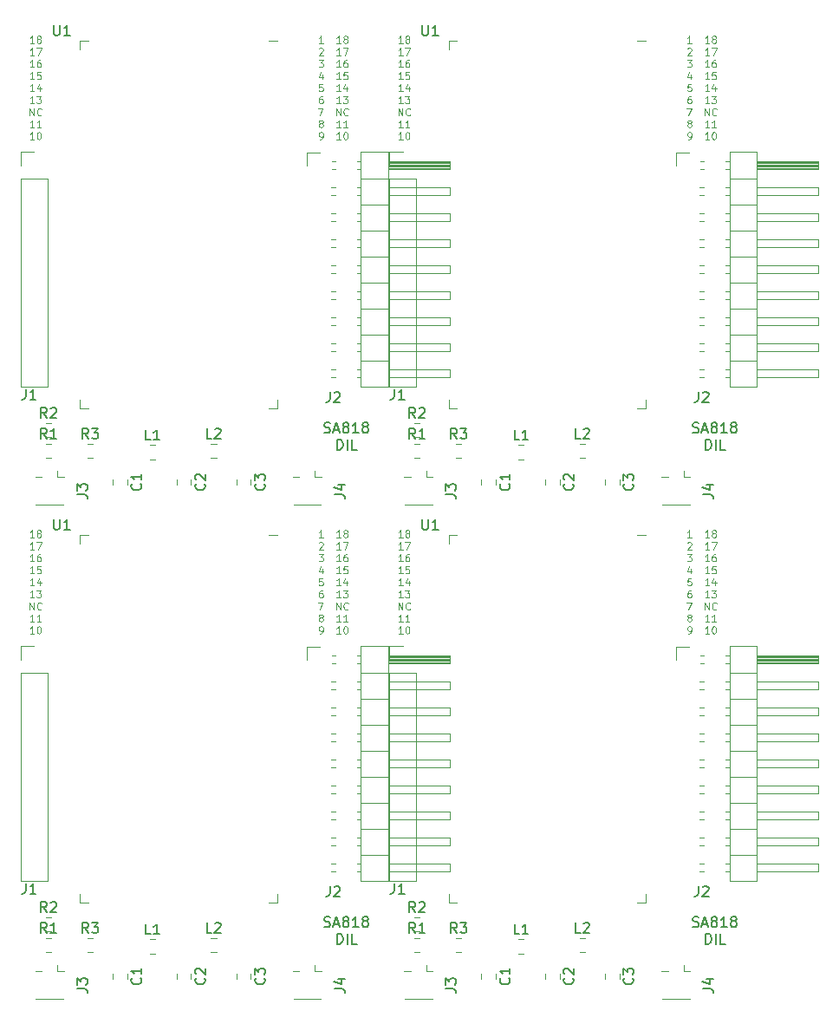
<source format=gbr>
G04 #@! TF.GenerationSoftware,KiCad,Pcbnew,5.1.5+dfsg1-2build2*
G04 #@! TF.CreationDate,2021-10-04T21:44:55-05:00*
G04 #@! TF.ProjectId,,58585858-5858-4585-9858-585858585858,rev?*
G04 #@! TF.SameCoordinates,Original*
G04 #@! TF.FileFunction,Legend,Top*
G04 #@! TF.FilePolarity,Positive*
%FSLAX46Y46*%
G04 Gerber Fmt 4.6, Leading zero omitted, Abs format (unit mm)*
G04 Created by KiCad (PCBNEW 5.1.5+dfsg1-2build2) date 2021-10-04 21:44:55*
%MOMM*%
%LPD*%
G04 APERTURE LIST*
%ADD10C,0.125000*%
%ADD11C,0.150000*%
%ADD12C,0.120000*%
G04 APERTURE END LIST*
D10*
X157913666Y-81214666D02*
X157513666Y-81214666D01*
X157713666Y-81214666D02*
X157713666Y-80514666D01*
X157647000Y-80614666D01*
X157580333Y-80681333D01*
X157513666Y-80714666D01*
X158313666Y-80814666D02*
X158247000Y-80781333D01*
X158213666Y-80748000D01*
X158180333Y-80681333D01*
X158180333Y-80648000D01*
X158213666Y-80581333D01*
X158247000Y-80548000D01*
X158313666Y-80514666D01*
X158447000Y-80514666D01*
X158513666Y-80548000D01*
X158547000Y-80581333D01*
X158580333Y-80648000D01*
X158580333Y-80681333D01*
X158547000Y-80748000D01*
X158513666Y-80781333D01*
X158447000Y-80814666D01*
X158313666Y-80814666D01*
X158247000Y-80848000D01*
X158213666Y-80881333D01*
X158180333Y-80948000D01*
X158180333Y-81081333D01*
X158213666Y-81148000D01*
X158247000Y-81181333D01*
X158313666Y-81214666D01*
X158447000Y-81214666D01*
X158513666Y-81181333D01*
X158547000Y-81148000D01*
X158580333Y-81081333D01*
X158580333Y-80948000D01*
X158547000Y-80881333D01*
X158513666Y-80848000D01*
X158447000Y-80814666D01*
X157913666Y-82389666D02*
X157513666Y-82389666D01*
X157713666Y-82389666D02*
X157713666Y-81689666D01*
X157647000Y-81789666D01*
X157580333Y-81856333D01*
X157513666Y-81889666D01*
X158147000Y-81689666D02*
X158613666Y-81689666D01*
X158313666Y-82389666D01*
X157913666Y-83564666D02*
X157513666Y-83564666D01*
X157713666Y-83564666D02*
X157713666Y-82864666D01*
X157647000Y-82964666D01*
X157580333Y-83031333D01*
X157513666Y-83064666D01*
X158513666Y-82864666D02*
X158380333Y-82864666D01*
X158313666Y-82898000D01*
X158280333Y-82931333D01*
X158213666Y-83031333D01*
X158180333Y-83164666D01*
X158180333Y-83431333D01*
X158213666Y-83498000D01*
X158247000Y-83531333D01*
X158313666Y-83564666D01*
X158447000Y-83564666D01*
X158513666Y-83531333D01*
X158547000Y-83498000D01*
X158580333Y-83431333D01*
X158580333Y-83264666D01*
X158547000Y-83198000D01*
X158513666Y-83164666D01*
X158447000Y-83131333D01*
X158313666Y-83131333D01*
X158247000Y-83164666D01*
X158213666Y-83198000D01*
X158180333Y-83264666D01*
X157913666Y-84739666D02*
X157513666Y-84739666D01*
X157713666Y-84739666D02*
X157713666Y-84039666D01*
X157647000Y-84139666D01*
X157580333Y-84206333D01*
X157513666Y-84239666D01*
X158547000Y-84039666D02*
X158213666Y-84039666D01*
X158180333Y-84373000D01*
X158213666Y-84339666D01*
X158280333Y-84306333D01*
X158447000Y-84306333D01*
X158513666Y-84339666D01*
X158547000Y-84373000D01*
X158580333Y-84439666D01*
X158580333Y-84606333D01*
X158547000Y-84673000D01*
X158513666Y-84706333D01*
X158447000Y-84739666D01*
X158280333Y-84739666D01*
X158213666Y-84706333D01*
X158180333Y-84673000D01*
X157913666Y-85914666D02*
X157513666Y-85914666D01*
X157713666Y-85914666D02*
X157713666Y-85214666D01*
X157647000Y-85314666D01*
X157580333Y-85381333D01*
X157513666Y-85414666D01*
X158513666Y-85448000D02*
X158513666Y-85914666D01*
X158347000Y-85181333D02*
X158180333Y-85681333D01*
X158613666Y-85681333D01*
X157913666Y-87089666D02*
X157513666Y-87089666D01*
X157713666Y-87089666D02*
X157713666Y-86389666D01*
X157647000Y-86489666D01*
X157580333Y-86556333D01*
X157513666Y-86589666D01*
X158147000Y-86389666D02*
X158580333Y-86389666D01*
X158347000Y-86656333D01*
X158447000Y-86656333D01*
X158513666Y-86689666D01*
X158547000Y-86723000D01*
X158580333Y-86789666D01*
X158580333Y-86956333D01*
X158547000Y-87023000D01*
X158513666Y-87056333D01*
X158447000Y-87089666D01*
X158247000Y-87089666D01*
X158180333Y-87056333D01*
X158147000Y-87023000D01*
X157497000Y-88264666D02*
X157497000Y-87564666D01*
X157897000Y-88264666D01*
X157897000Y-87564666D01*
X158630333Y-88198000D02*
X158597000Y-88231333D01*
X158497000Y-88264666D01*
X158430333Y-88264666D01*
X158330333Y-88231333D01*
X158263666Y-88164666D01*
X158230333Y-88098000D01*
X158197000Y-87964666D01*
X158197000Y-87864666D01*
X158230333Y-87731333D01*
X158263666Y-87664666D01*
X158330333Y-87598000D01*
X158430333Y-87564666D01*
X158497000Y-87564666D01*
X158597000Y-87598000D01*
X158630333Y-87631333D01*
X157913666Y-89439666D02*
X157513666Y-89439666D01*
X157713666Y-89439666D02*
X157713666Y-88739666D01*
X157647000Y-88839666D01*
X157580333Y-88906333D01*
X157513666Y-88939666D01*
X158580333Y-89439666D02*
X158180333Y-89439666D01*
X158380333Y-89439666D02*
X158380333Y-88739666D01*
X158313666Y-88839666D01*
X158247000Y-88906333D01*
X158180333Y-88939666D01*
X157913666Y-90614666D02*
X157513666Y-90614666D01*
X157713666Y-90614666D02*
X157713666Y-89914666D01*
X157647000Y-90014666D01*
X157580333Y-90081333D01*
X157513666Y-90114666D01*
X158347000Y-89914666D02*
X158413666Y-89914666D01*
X158480333Y-89948000D01*
X158513666Y-89981333D01*
X158547000Y-90048000D01*
X158580333Y-90181333D01*
X158580333Y-90348000D01*
X158547000Y-90481333D01*
X158513666Y-90548000D01*
X158480333Y-90581333D01*
X158413666Y-90614666D01*
X158347000Y-90614666D01*
X158280333Y-90581333D01*
X158247000Y-90548000D01*
X158213666Y-90481333D01*
X158180333Y-90348000D01*
X158180333Y-90181333D01*
X158213666Y-90048000D01*
X158247000Y-89981333D01*
X158280333Y-89948000D01*
X158347000Y-89914666D01*
X121913666Y-81214666D02*
X121513666Y-81214666D01*
X121713666Y-81214666D02*
X121713666Y-80514666D01*
X121647000Y-80614666D01*
X121580333Y-80681333D01*
X121513666Y-80714666D01*
X122313666Y-80814666D02*
X122247000Y-80781333D01*
X122213666Y-80748000D01*
X122180333Y-80681333D01*
X122180333Y-80648000D01*
X122213666Y-80581333D01*
X122247000Y-80548000D01*
X122313666Y-80514666D01*
X122447000Y-80514666D01*
X122513666Y-80548000D01*
X122547000Y-80581333D01*
X122580333Y-80648000D01*
X122580333Y-80681333D01*
X122547000Y-80748000D01*
X122513666Y-80781333D01*
X122447000Y-80814666D01*
X122313666Y-80814666D01*
X122247000Y-80848000D01*
X122213666Y-80881333D01*
X122180333Y-80948000D01*
X122180333Y-81081333D01*
X122213666Y-81148000D01*
X122247000Y-81181333D01*
X122313666Y-81214666D01*
X122447000Y-81214666D01*
X122513666Y-81181333D01*
X122547000Y-81148000D01*
X122580333Y-81081333D01*
X122580333Y-80948000D01*
X122547000Y-80881333D01*
X122513666Y-80848000D01*
X122447000Y-80814666D01*
X121913666Y-82389666D02*
X121513666Y-82389666D01*
X121713666Y-82389666D02*
X121713666Y-81689666D01*
X121647000Y-81789666D01*
X121580333Y-81856333D01*
X121513666Y-81889666D01*
X122147000Y-81689666D02*
X122613666Y-81689666D01*
X122313666Y-82389666D01*
X121913666Y-83564666D02*
X121513666Y-83564666D01*
X121713666Y-83564666D02*
X121713666Y-82864666D01*
X121647000Y-82964666D01*
X121580333Y-83031333D01*
X121513666Y-83064666D01*
X122513666Y-82864666D02*
X122380333Y-82864666D01*
X122313666Y-82898000D01*
X122280333Y-82931333D01*
X122213666Y-83031333D01*
X122180333Y-83164666D01*
X122180333Y-83431333D01*
X122213666Y-83498000D01*
X122247000Y-83531333D01*
X122313666Y-83564666D01*
X122447000Y-83564666D01*
X122513666Y-83531333D01*
X122547000Y-83498000D01*
X122580333Y-83431333D01*
X122580333Y-83264666D01*
X122547000Y-83198000D01*
X122513666Y-83164666D01*
X122447000Y-83131333D01*
X122313666Y-83131333D01*
X122247000Y-83164666D01*
X122213666Y-83198000D01*
X122180333Y-83264666D01*
X121913666Y-84739666D02*
X121513666Y-84739666D01*
X121713666Y-84739666D02*
X121713666Y-84039666D01*
X121647000Y-84139666D01*
X121580333Y-84206333D01*
X121513666Y-84239666D01*
X122547000Y-84039666D02*
X122213666Y-84039666D01*
X122180333Y-84373000D01*
X122213666Y-84339666D01*
X122280333Y-84306333D01*
X122447000Y-84306333D01*
X122513666Y-84339666D01*
X122547000Y-84373000D01*
X122580333Y-84439666D01*
X122580333Y-84606333D01*
X122547000Y-84673000D01*
X122513666Y-84706333D01*
X122447000Y-84739666D01*
X122280333Y-84739666D01*
X122213666Y-84706333D01*
X122180333Y-84673000D01*
X121913666Y-85914666D02*
X121513666Y-85914666D01*
X121713666Y-85914666D02*
X121713666Y-85214666D01*
X121647000Y-85314666D01*
X121580333Y-85381333D01*
X121513666Y-85414666D01*
X122513666Y-85448000D02*
X122513666Y-85914666D01*
X122347000Y-85181333D02*
X122180333Y-85681333D01*
X122613666Y-85681333D01*
X121913666Y-87089666D02*
X121513666Y-87089666D01*
X121713666Y-87089666D02*
X121713666Y-86389666D01*
X121647000Y-86489666D01*
X121580333Y-86556333D01*
X121513666Y-86589666D01*
X122147000Y-86389666D02*
X122580333Y-86389666D01*
X122347000Y-86656333D01*
X122447000Y-86656333D01*
X122513666Y-86689666D01*
X122547000Y-86723000D01*
X122580333Y-86789666D01*
X122580333Y-86956333D01*
X122547000Y-87023000D01*
X122513666Y-87056333D01*
X122447000Y-87089666D01*
X122247000Y-87089666D01*
X122180333Y-87056333D01*
X122147000Y-87023000D01*
X121497000Y-88264666D02*
X121497000Y-87564666D01*
X121897000Y-88264666D01*
X121897000Y-87564666D01*
X122630333Y-88198000D02*
X122597000Y-88231333D01*
X122497000Y-88264666D01*
X122430333Y-88264666D01*
X122330333Y-88231333D01*
X122263666Y-88164666D01*
X122230333Y-88098000D01*
X122197000Y-87964666D01*
X122197000Y-87864666D01*
X122230333Y-87731333D01*
X122263666Y-87664666D01*
X122330333Y-87598000D01*
X122430333Y-87564666D01*
X122497000Y-87564666D01*
X122597000Y-87598000D01*
X122630333Y-87631333D01*
X121913666Y-89439666D02*
X121513666Y-89439666D01*
X121713666Y-89439666D02*
X121713666Y-88739666D01*
X121647000Y-88839666D01*
X121580333Y-88906333D01*
X121513666Y-88939666D01*
X122580333Y-89439666D02*
X122180333Y-89439666D01*
X122380333Y-89439666D02*
X122380333Y-88739666D01*
X122313666Y-88839666D01*
X122247000Y-88906333D01*
X122180333Y-88939666D01*
X121913666Y-90614666D02*
X121513666Y-90614666D01*
X121713666Y-90614666D02*
X121713666Y-89914666D01*
X121647000Y-90014666D01*
X121580333Y-90081333D01*
X121513666Y-90114666D01*
X122347000Y-89914666D02*
X122413666Y-89914666D01*
X122480333Y-89948000D01*
X122513666Y-89981333D01*
X122547000Y-90048000D01*
X122580333Y-90181333D01*
X122580333Y-90348000D01*
X122547000Y-90481333D01*
X122513666Y-90548000D01*
X122480333Y-90581333D01*
X122413666Y-90614666D01*
X122347000Y-90614666D01*
X122280333Y-90581333D01*
X122247000Y-90548000D01*
X122213666Y-90481333D01*
X122180333Y-90348000D01*
X122180333Y-90181333D01*
X122213666Y-90048000D01*
X122247000Y-89981333D01*
X122280333Y-89948000D01*
X122347000Y-89914666D01*
X157913666Y-32954666D02*
X157513666Y-32954666D01*
X157713666Y-32954666D02*
X157713666Y-32254666D01*
X157647000Y-32354666D01*
X157580333Y-32421333D01*
X157513666Y-32454666D01*
X158313666Y-32554666D02*
X158247000Y-32521333D01*
X158213666Y-32488000D01*
X158180333Y-32421333D01*
X158180333Y-32388000D01*
X158213666Y-32321333D01*
X158247000Y-32288000D01*
X158313666Y-32254666D01*
X158447000Y-32254666D01*
X158513666Y-32288000D01*
X158547000Y-32321333D01*
X158580333Y-32388000D01*
X158580333Y-32421333D01*
X158547000Y-32488000D01*
X158513666Y-32521333D01*
X158447000Y-32554666D01*
X158313666Y-32554666D01*
X158247000Y-32588000D01*
X158213666Y-32621333D01*
X158180333Y-32688000D01*
X158180333Y-32821333D01*
X158213666Y-32888000D01*
X158247000Y-32921333D01*
X158313666Y-32954666D01*
X158447000Y-32954666D01*
X158513666Y-32921333D01*
X158547000Y-32888000D01*
X158580333Y-32821333D01*
X158580333Y-32688000D01*
X158547000Y-32621333D01*
X158513666Y-32588000D01*
X158447000Y-32554666D01*
X157913666Y-34129666D02*
X157513666Y-34129666D01*
X157713666Y-34129666D02*
X157713666Y-33429666D01*
X157647000Y-33529666D01*
X157580333Y-33596333D01*
X157513666Y-33629666D01*
X158147000Y-33429666D02*
X158613666Y-33429666D01*
X158313666Y-34129666D01*
X157913666Y-35304666D02*
X157513666Y-35304666D01*
X157713666Y-35304666D02*
X157713666Y-34604666D01*
X157647000Y-34704666D01*
X157580333Y-34771333D01*
X157513666Y-34804666D01*
X158513666Y-34604666D02*
X158380333Y-34604666D01*
X158313666Y-34638000D01*
X158280333Y-34671333D01*
X158213666Y-34771333D01*
X158180333Y-34904666D01*
X158180333Y-35171333D01*
X158213666Y-35238000D01*
X158247000Y-35271333D01*
X158313666Y-35304666D01*
X158447000Y-35304666D01*
X158513666Y-35271333D01*
X158547000Y-35238000D01*
X158580333Y-35171333D01*
X158580333Y-35004666D01*
X158547000Y-34938000D01*
X158513666Y-34904666D01*
X158447000Y-34871333D01*
X158313666Y-34871333D01*
X158247000Y-34904666D01*
X158213666Y-34938000D01*
X158180333Y-35004666D01*
X157913666Y-36479666D02*
X157513666Y-36479666D01*
X157713666Y-36479666D02*
X157713666Y-35779666D01*
X157647000Y-35879666D01*
X157580333Y-35946333D01*
X157513666Y-35979666D01*
X158547000Y-35779666D02*
X158213666Y-35779666D01*
X158180333Y-36113000D01*
X158213666Y-36079666D01*
X158280333Y-36046333D01*
X158447000Y-36046333D01*
X158513666Y-36079666D01*
X158547000Y-36113000D01*
X158580333Y-36179666D01*
X158580333Y-36346333D01*
X158547000Y-36413000D01*
X158513666Y-36446333D01*
X158447000Y-36479666D01*
X158280333Y-36479666D01*
X158213666Y-36446333D01*
X158180333Y-36413000D01*
X157913666Y-37654666D02*
X157513666Y-37654666D01*
X157713666Y-37654666D02*
X157713666Y-36954666D01*
X157647000Y-37054666D01*
X157580333Y-37121333D01*
X157513666Y-37154666D01*
X158513666Y-37188000D02*
X158513666Y-37654666D01*
X158347000Y-36921333D02*
X158180333Y-37421333D01*
X158613666Y-37421333D01*
X157913666Y-38829666D02*
X157513666Y-38829666D01*
X157713666Y-38829666D02*
X157713666Y-38129666D01*
X157647000Y-38229666D01*
X157580333Y-38296333D01*
X157513666Y-38329666D01*
X158147000Y-38129666D02*
X158580333Y-38129666D01*
X158347000Y-38396333D01*
X158447000Y-38396333D01*
X158513666Y-38429666D01*
X158547000Y-38463000D01*
X158580333Y-38529666D01*
X158580333Y-38696333D01*
X158547000Y-38763000D01*
X158513666Y-38796333D01*
X158447000Y-38829666D01*
X158247000Y-38829666D01*
X158180333Y-38796333D01*
X158147000Y-38763000D01*
X157497000Y-40004666D02*
X157497000Y-39304666D01*
X157897000Y-40004666D01*
X157897000Y-39304666D01*
X158630333Y-39938000D02*
X158597000Y-39971333D01*
X158497000Y-40004666D01*
X158430333Y-40004666D01*
X158330333Y-39971333D01*
X158263666Y-39904666D01*
X158230333Y-39838000D01*
X158197000Y-39704666D01*
X158197000Y-39604666D01*
X158230333Y-39471333D01*
X158263666Y-39404666D01*
X158330333Y-39338000D01*
X158430333Y-39304666D01*
X158497000Y-39304666D01*
X158597000Y-39338000D01*
X158630333Y-39371333D01*
X157913666Y-41179666D02*
X157513666Y-41179666D01*
X157713666Y-41179666D02*
X157713666Y-40479666D01*
X157647000Y-40579666D01*
X157580333Y-40646333D01*
X157513666Y-40679666D01*
X158580333Y-41179666D02*
X158180333Y-41179666D01*
X158380333Y-41179666D02*
X158380333Y-40479666D01*
X158313666Y-40579666D01*
X158247000Y-40646333D01*
X158180333Y-40679666D01*
X157913666Y-42354666D02*
X157513666Y-42354666D01*
X157713666Y-42354666D02*
X157713666Y-41654666D01*
X157647000Y-41754666D01*
X157580333Y-41821333D01*
X157513666Y-41854666D01*
X158347000Y-41654666D02*
X158413666Y-41654666D01*
X158480333Y-41688000D01*
X158513666Y-41721333D01*
X158547000Y-41788000D01*
X158580333Y-41921333D01*
X158580333Y-42088000D01*
X158547000Y-42221333D01*
X158513666Y-42288000D01*
X158480333Y-42321333D01*
X158413666Y-42354666D01*
X158347000Y-42354666D01*
X158280333Y-42321333D01*
X158247000Y-42288000D01*
X158213666Y-42221333D01*
X158180333Y-42088000D01*
X158180333Y-41921333D01*
X158213666Y-41788000D01*
X158247000Y-41721333D01*
X158280333Y-41688000D01*
X158347000Y-41654666D01*
X186130000Y-81214666D02*
X185730000Y-81214666D01*
X185930000Y-81214666D02*
X185930000Y-80514666D01*
X185863333Y-80614666D01*
X185796666Y-80681333D01*
X185730000Y-80714666D01*
X187863333Y-81214666D02*
X187463333Y-81214666D01*
X187663333Y-81214666D02*
X187663333Y-80514666D01*
X187596666Y-80614666D01*
X187530000Y-80681333D01*
X187463333Y-80714666D01*
X188263333Y-80814666D02*
X188196666Y-80781333D01*
X188163333Y-80748000D01*
X188130000Y-80681333D01*
X188130000Y-80648000D01*
X188163333Y-80581333D01*
X188196666Y-80548000D01*
X188263333Y-80514666D01*
X188396666Y-80514666D01*
X188463333Y-80548000D01*
X188496666Y-80581333D01*
X188530000Y-80648000D01*
X188530000Y-80681333D01*
X188496666Y-80748000D01*
X188463333Y-80781333D01*
X188396666Y-80814666D01*
X188263333Y-80814666D01*
X188196666Y-80848000D01*
X188163333Y-80881333D01*
X188130000Y-80948000D01*
X188130000Y-81081333D01*
X188163333Y-81148000D01*
X188196666Y-81181333D01*
X188263333Y-81214666D01*
X188396666Y-81214666D01*
X188463333Y-81181333D01*
X188496666Y-81148000D01*
X188530000Y-81081333D01*
X188530000Y-80948000D01*
X188496666Y-80881333D01*
X188463333Y-80848000D01*
X188396666Y-80814666D01*
X185730000Y-81756333D02*
X185763333Y-81723000D01*
X185830000Y-81689666D01*
X185996666Y-81689666D01*
X186063333Y-81723000D01*
X186096666Y-81756333D01*
X186130000Y-81823000D01*
X186130000Y-81889666D01*
X186096666Y-81989666D01*
X185696666Y-82389666D01*
X186130000Y-82389666D01*
X187863333Y-82389666D02*
X187463333Y-82389666D01*
X187663333Y-82389666D02*
X187663333Y-81689666D01*
X187596666Y-81789666D01*
X187530000Y-81856333D01*
X187463333Y-81889666D01*
X188096666Y-81689666D02*
X188563333Y-81689666D01*
X188263333Y-82389666D01*
X185696666Y-82864666D02*
X186130000Y-82864666D01*
X185896666Y-83131333D01*
X185996666Y-83131333D01*
X186063333Y-83164666D01*
X186096666Y-83198000D01*
X186130000Y-83264666D01*
X186130000Y-83431333D01*
X186096666Y-83498000D01*
X186063333Y-83531333D01*
X185996666Y-83564666D01*
X185796666Y-83564666D01*
X185730000Y-83531333D01*
X185696666Y-83498000D01*
X187863333Y-83564666D02*
X187463333Y-83564666D01*
X187663333Y-83564666D02*
X187663333Y-82864666D01*
X187596666Y-82964666D01*
X187530000Y-83031333D01*
X187463333Y-83064666D01*
X188463333Y-82864666D02*
X188330000Y-82864666D01*
X188263333Y-82898000D01*
X188230000Y-82931333D01*
X188163333Y-83031333D01*
X188130000Y-83164666D01*
X188130000Y-83431333D01*
X188163333Y-83498000D01*
X188196666Y-83531333D01*
X188263333Y-83564666D01*
X188396666Y-83564666D01*
X188463333Y-83531333D01*
X188496666Y-83498000D01*
X188530000Y-83431333D01*
X188530000Y-83264666D01*
X188496666Y-83198000D01*
X188463333Y-83164666D01*
X188396666Y-83131333D01*
X188263333Y-83131333D01*
X188196666Y-83164666D01*
X188163333Y-83198000D01*
X188130000Y-83264666D01*
X186063333Y-84273000D02*
X186063333Y-84739666D01*
X185896666Y-84006333D02*
X185730000Y-84506333D01*
X186163333Y-84506333D01*
X187863333Y-84739666D02*
X187463333Y-84739666D01*
X187663333Y-84739666D02*
X187663333Y-84039666D01*
X187596666Y-84139666D01*
X187530000Y-84206333D01*
X187463333Y-84239666D01*
X188496666Y-84039666D02*
X188163333Y-84039666D01*
X188130000Y-84373000D01*
X188163333Y-84339666D01*
X188230000Y-84306333D01*
X188396666Y-84306333D01*
X188463333Y-84339666D01*
X188496666Y-84373000D01*
X188530000Y-84439666D01*
X188530000Y-84606333D01*
X188496666Y-84673000D01*
X188463333Y-84706333D01*
X188396666Y-84739666D01*
X188230000Y-84739666D01*
X188163333Y-84706333D01*
X188130000Y-84673000D01*
X186096666Y-85214666D02*
X185763333Y-85214666D01*
X185730000Y-85548000D01*
X185763333Y-85514666D01*
X185830000Y-85481333D01*
X185996666Y-85481333D01*
X186063333Y-85514666D01*
X186096666Y-85548000D01*
X186130000Y-85614666D01*
X186130000Y-85781333D01*
X186096666Y-85848000D01*
X186063333Y-85881333D01*
X185996666Y-85914666D01*
X185830000Y-85914666D01*
X185763333Y-85881333D01*
X185730000Y-85848000D01*
X187863333Y-85914666D02*
X187463333Y-85914666D01*
X187663333Y-85914666D02*
X187663333Y-85214666D01*
X187596666Y-85314666D01*
X187530000Y-85381333D01*
X187463333Y-85414666D01*
X188463333Y-85448000D02*
X188463333Y-85914666D01*
X188296666Y-85181333D02*
X188130000Y-85681333D01*
X188563333Y-85681333D01*
X186063333Y-86389666D02*
X185930000Y-86389666D01*
X185863333Y-86423000D01*
X185830000Y-86456333D01*
X185763333Y-86556333D01*
X185730000Y-86689666D01*
X185730000Y-86956333D01*
X185763333Y-87023000D01*
X185796666Y-87056333D01*
X185863333Y-87089666D01*
X185996666Y-87089666D01*
X186063333Y-87056333D01*
X186096666Y-87023000D01*
X186130000Y-86956333D01*
X186130000Y-86789666D01*
X186096666Y-86723000D01*
X186063333Y-86689666D01*
X185996666Y-86656333D01*
X185863333Y-86656333D01*
X185796666Y-86689666D01*
X185763333Y-86723000D01*
X185730000Y-86789666D01*
X187863333Y-87089666D02*
X187463333Y-87089666D01*
X187663333Y-87089666D02*
X187663333Y-86389666D01*
X187596666Y-86489666D01*
X187530000Y-86556333D01*
X187463333Y-86589666D01*
X188096666Y-86389666D02*
X188530000Y-86389666D01*
X188296666Y-86656333D01*
X188396666Y-86656333D01*
X188463333Y-86689666D01*
X188496666Y-86723000D01*
X188530000Y-86789666D01*
X188530000Y-86956333D01*
X188496666Y-87023000D01*
X188463333Y-87056333D01*
X188396666Y-87089666D01*
X188196666Y-87089666D01*
X188130000Y-87056333D01*
X188096666Y-87023000D01*
X185646666Y-87564666D02*
X186113333Y-87564666D01*
X185813333Y-88264666D01*
X187446666Y-88264666D02*
X187446666Y-87564666D01*
X187846666Y-88264666D01*
X187846666Y-87564666D01*
X188580000Y-88198000D02*
X188546666Y-88231333D01*
X188446666Y-88264666D01*
X188380000Y-88264666D01*
X188280000Y-88231333D01*
X188213333Y-88164666D01*
X188180000Y-88098000D01*
X188146666Y-87964666D01*
X188146666Y-87864666D01*
X188180000Y-87731333D01*
X188213333Y-87664666D01*
X188280000Y-87598000D01*
X188380000Y-87564666D01*
X188446666Y-87564666D01*
X188546666Y-87598000D01*
X188580000Y-87631333D01*
X185863333Y-89039666D02*
X185796666Y-89006333D01*
X185763333Y-88973000D01*
X185730000Y-88906333D01*
X185730000Y-88873000D01*
X185763333Y-88806333D01*
X185796666Y-88773000D01*
X185863333Y-88739666D01*
X185996666Y-88739666D01*
X186063333Y-88773000D01*
X186096666Y-88806333D01*
X186130000Y-88873000D01*
X186130000Y-88906333D01*
X186096666Y-88973000D01*
X186063333Y-89006333D01*
X185996666Y-89039666D01*
X185863333Y-89039666D01*
X185796666Y-89073000D01*
X185763333Y-89106333D01*
X185730000Y-89173000D01*
X185730000Y-89306333D01*
X185763333Y-89373000D01*
X185796666Y-89406333D01*
X185863333Y-89439666D01*
X185996666Y-89439666D01*
X186063333Y-89406333D01*
X186096666Y-89373000D01*
X186130000Y-89306333D01*
X186130000Y-89173000D01*
X186096666Y-89106333D01*
X186063333Y-89073000D01*
X185996666Y-89039666D01*
X187863333Y-89439666D02*
X187463333Y-89439666D01*
X187663333Y-89439666D02*
X187663333Y-88739666D01*
X187596666Y-88839666D01*
X187530000Y-88906333D01*
X187463333Y-88939666D01*
X188530000Y-89439666D02*
X188130000Y-89439666D01*
X188330000Y-89439666D02*
X188330000Y-88739666D01*
X188263333Y-88839666D01*
X188196666Y-88906333D01*
X188130000Y-88939666D01*
X185796666Y-90614666D02*
X185930000Y-90614666D01*
X185996666Y-90581333D01*
X186030000Y-90548000D01*
X186096666Y-90448000D01*
X186130000Y-90314666D01*
X186130000Y-90048000D01*
X186096666Y-89981333D01*
X186063333Y-89948000D01*
X185996666Y-89914666D01*
X185863333Y-89914666D01*
X185796666Y-89948000D01*
X185763333Y-89981333D01*
X185730000Y-90048000D01*
X185730000Y-90214666D01*
X185763333Y-90281333D01*
X185796666Y-90314666D01*
X185863333Y-90348000D01*
X185996666Y-90348000D01*
X186063333Y-90314666D01*
X186096666Y-90281333D01*
X186130000Y-90214666D01*
X187863333Y-90614666D02*
X187463333Y-90614666D01*
X187663333Y-90614666D02*
X187663333Y-89914666D01*
X187596666Y-90014666D01*
X187530000Y-90081333D01*
X187463333Y-90114666D01*
X188296666Y-89914666D02*
X188363333Y-89914666D01*
X188430000Y-89948000D01*
X188463333Y-89981333D01*
X188496666Y-90048000D01*
X188530000Y-90181333D01*
X188530000Y-90348000D01*
X188496666Y-90481333D01*
X188463333Y-90548000D01*
X188430000Y-90581333D01*
X188363333Y-90614666D01*
X188296666Y-90614666D01*
X188230000Y-90581333D01*
X188196666Y-90548000D01*
X188163333Y-90481333D01*
X188130000Y-90348000D01*
X188130000Y-90181333D01*
X188163333Y-90048000D01*
X188196666Y-89981333D01*
X188230000Y-89948000D01*
X188296666Y-89914666D01*
X150130000Y-81214666D02*
X149730000Y-81214666D01*
X149930000Y-81214666D02*
X149930000Y-80514666D01*
X149863333Y-80614666D01*
X149796666Y-80681333D01*
X149730000Y-80714666D01*
X151863333Y-81214666D02*
X151463333Y-81214666D01*
X151663333Y-81214666D02*
X151663333Y-80514666D01*
X151596666Y-80614666D01*
X151530000Y-80681333D01*
X151463333Y-80714666D01*
X152263333Y-80814666D02*
X152196666Y-80781333D01*
X152163333Y-80748000D01*
X152130000Y-80681333D01*
X152130000Y-80648000D01*
X152163333Y-80581333D01*
X152196666Y-80548000D01*
X152263333Y-80514666D01*
X152396666Y-80514666D01*
X152463333Y-80548000D01*
X152496666Y-80581333D01*
X152530000Y-80648000D01*
X152530000Y-80681333D01*
X152496666Y-80748000D01*
X152463333Y-80781333D01*
X152396666Y-80814666D01*
X152263333Y-80814666D01*
X152196666Y-80848000D01*
X152163333Y-80881333D01*
X152130000Y-80948000D01*
X152130000Y-81081333D01*
X152163333Y-81148000D01*
X152196666Y-81181333D01*
X152263333Y-81214666D01*
X152396666Y-81214666D01*
X152463333Y-81181333D01*
X152496666Y-81148000D01*
X152530000Y-81081333D01*
X152530000Y-80948000D01*
X152496666Y-80881333D01*
X152463333Y-80848000D01*
X152396666Y-80814666D01*
X149730000Y-81756333D02*
X149763333Y-81723000D01*
X149830000Y-81689666D01*
X149996666Y-81689666D01*
X150063333Y-81723000D01*
X150096666Y-81756333D01*
X150130000Y-81823000D01*
X150130000Y-81889666D01*
X150096666Y-81989666D01*
X149696666Y-82389666D01*
X150130000Y-82389666D01*
X151863333Y-82389666D02*
X151463333Y-82389666D01*
X151663333Y-82389666D02*
X151663333Y-81689666D01*
X151596666Y-81789666D01*
X151530000Y-81856333D01*
X151463333Y-81889666D01*
X152096666Y-81689666D02*
X152563333Y-81689666D01*
X152263333Y-82389666D01*
X149696666Y-82864666D02*
X150130000Y-82864666D01*
X149896666Y-83131333D01*
X149996666Y-83131333D01*
X150063333Y-83164666D01*
X150096666Y-83198000D01*
X150130000Y-83264666D01*
X150130000Y-83431333D01*
X150096666Y-83498000D01*
X150063333Y-83531333D01*
X149996666Y-83564666D01*
X149796666Y-83564666D01*
X149730000Y-83531333D01*
X149696666Y-83498000D01*
X151863333Y-83564666D02*
X151463333Y-83564666D01*
X151663333Y-83564666D02*
X151663333Y-82864666D01*
X151596666Y-82964666D01*
X151530000Y-83031333D01*
X151463333Y-83064666D01*
X152463333Y-82864666D02*
X152330000Y-82864666D01*
X152263333Y-82898000D01*
X152230000Y-82931333D01*
X152163333Y-83031333D01*
X152130000Y-83164666D01*
X152130000Y-83431333D01*
X152163333Y-83498000D01*
X152196666Y-83531333D01*
X152263333Y-83564666D01*
X152396666Y-83564666D01*
X152463333Y-83531333D01*
X152496666Y-83498000D01*
X152530000Y-83431333D01*
X152530000Y-83264666D01*
X152496666Y-83198000D01*
X152463333Y-83164666D01*
X152396666Y-83131333D01*
X152263333Y-83131333D01*
X152196666Y-83164666D01*
X152163333Y-83198000D01*
X152130000Y-83264666D01*
X150063333Y-84273000D02*
X150063333Y-84739666D01*
X149896666Y-84006333D02*
X149730000Y-84506333D01*
X150163333Y-84506333D01*
X151863333Y-84739666D02*
X151463333Y-84739666D01*
X151663333Y-84739666D02*
X151663333Y-84039666D01*
X151596666Y-84139666D01*
X151530000Y-84206333D01*
X151463333Y-84239666D01*
X152496666Y-84039666D02*
X152163333Y-84039666D01*
X152130000Y-84373000D01*
X152163333Y-84339666D01*
X152230000Y-84306333D01*
X152396666Y-84306333D01*
X152463333Y-84339666D01*
X152496666Y-84373000D01*
X152530000Y-84439666D01*
X152530000Y-84606333D01*
X152496666Y-84673000D01*
X152463333Y-84706333D01*
X152396666Y-84739666D01*
X152230000Y-84739666D01*
X152163333Y-84706333D01*
X152130000Y-84673000D01*
X150096666Y-85214666D02*
X149763333Y-85214666D01*
X149730000Y-85548000D01*
X149763333Y-85514666D01*
X149830000Y-85481333D01*
X149996666Y-85481333D01*
X150063333Y-85514666D01*
X150096666Y-85548000D01*
X150130000Y-85614666D01*
X150130000Y-85781333D01*
X150096666Y-85848000D01*
X150063333Y-85881333D01*
X149996666Y-85914666D01*
X149830000Y-85914666D01*
X149763333Y-85881333D01*
X149730000Y-85848000D01*
X151863333Y-85914666D02*
X151463333Y-85914666D01*
X151663333Y-85914666D02*
X151663333Y-85214666D01*
X151596666Y-85314666D01*
X151530000Y-85381333D01*
X151463333Y-85414666D01*
X152463333Y-85448000D02*
X152463333Y-85914666D01*
X152296666Y-85181333D02*
X152130000Y-85681333D01*
X152563333Y-85681333D01*
X150063333Y-86389666D02*
X149930000Y-86389666D01*
X149863333Y-86423000D01*
X149830000Y-86456333D01*
X149763333Y-86556333D01*
X149730000Y-86689666D01*
X149730000Y-86956333D01*
X149763333Y-87023000D01*
X149796666Y-87056333D01*
X149863333Y-87089666D01*
X149996666Y-87089666D01*
X150063333Y-87056333D01*
X150096666Y-87023000D01*
X150130000Y-86956333D01*
X150130000Y-86789666D01*
X150096666Y-86723000D01*
X150063333Y-86689666D01*
X149996666Y-86656333D01*
X149863333Y-86656333D01*
X149796666Y-86689666D01*
X149763333Y-86723000D01*
X149730000Y-86789666D01*
X151863333Y-87089666D02*
X151463333Y-87089666D01*
X151663333Y-87089666D02*
X151663333Y-86389666D01*
X151596666Y-86489666D01*
X151530000Y-86556333D01*
X151463333Y-86589666D01*
X152096666Y-86389666D02*
X152530000Y-86389666D01*
X152296666Y-86656333D01*
X152396666Y-86656333D01*
X152463333Y-86689666D01*
X152496666Y-86723000D01*
X152530000Y-86789666D01*
X152530000Y-86956333D01*
X152496666Y-87023000D01*
X152463333Y-87056333D01*
X152396666Y-87089666D01*
X152196666Y-87089666D01*
X152130000Y-87056333D01*
X152096666Y-87023000D01*
X149646666Y-87564666D02*
X150113333Y-87564666D01*
X149813333Y-88264666D01*
X151446666Y-88264666D02*
X151446666Y-87564666D01*
X151846666Y-88264666D01*
X151846666Y-87564666D01*
X152580000Y-88198000D02*
X152546666Y-88231333D01*
X152446666Y-88264666D01*
X152380000Y-88264666D01*
X152280000Y-88231333D01*
X152213333Y-88164666D01*
X152180000Y-88098000D01*
X152146666Y-87964666D01*
X152146666Y-87864666D01*
X152180000Y-87731333D01*
X152213333Y-87664666D01*
X152280000Y-87598000D01*
X152380000Y-87564666D01*
X152446666Y-87564666D01*
X152546666Y-87598000D01*
X152580000Y-87631333D01*
X149863333Y-89039666D02*
X149796666Y-89006333D01*
X149763333Y-88973000D01*
X149730000Y-88906333D01*
X149730000Y-88873000D01*
X149763333Y-88806333D01*
X149796666Y-88773000D01*
X149863333Y-88739666D01*
X149996666Y-88739666D01*
X150063333Y-88773000D01*
X150096666Y-88806333D01*
X150130000Y-88873000D01*
X150130000Y-88906333D01*
X150096666Y-88973000D01*
X150063333Y-89006333D01*
X149996666Y-89039666D01*
X149863333Y-89039666D01*
X149796666Y-89073000D01*
X149763333Y-89106333D01*
X149730000Y-89173000D01*
X149730000Y-89306333D01*
X149763333Y-89373000D01*
X149796666Y-89406333D01*
X149863333Y-89439666D01*
X149996666Y-89439666D01*
X150063333Y-89406333D01*
X150096666Y-89373000D01*
X150130000Y-89306333D01*
X150130000Y-89173000D01*
X150096666Y-89106333D01*
X150063333Y-89073000D01*
X149996666Y-89039666D01*
X151863333Y-89439666D02*
X151463333Y-89439666D01*
X151663333Y-89439666D02*
X151663333Y-88739666D01*
X151596666Y-88839666D01*
X151530000Y-88906333D01*
X151463333Y-88939666D01*
X152530000Y-89439666D02*
X152130000Y-89439666D01*
X152330000Y-89439666D02*
X152330000Y-88739666D01*
X152263333Y-88839666D01*
X152196666Y-88906333D01*
X152130000Y-88939666D01*
X149796666Y-90614666D02*
X149930000Y-90614666D01*
X149996666Y-90581333D01*
X150030000Y-90548000D01*
X150096666Y-90448000D01*
X150130000Y-90314666D01*
X150130000Y-90048000D01*
X150096666Y-89981333D01*
X150063333Y-89948000D01*
X149996666Y-89914666D01*
X149863333Y-89914666D01*
X149796666Y-89948000D01*
X149763333Y-89981333D01*
X149730000Y-90048000D01*
X149730000Y-90214666D01*
X149763333Y-90281333D01*
X149796666Y-90314666D01*
X149863333Y-90348000D01*
X149996666Y-90348000D01*
X150063333Y-90314666D01*
X150096666Y-90281333D01*
X150130000Y-90214666D01*
X151863333Y-90614666D02*
X151463333Y-90614666D01*
X151663333Y-90614666D02*
X151663333Y-89914666D01*
X151596666Y-90014666D01*
X151530000Y-90081333D01*
X151463333Y-90114666D01*
X152296666Y-89914666D02*
X152363333Y-89914666D01*
X152430000Y-89948000D01*
X152463333Y-89981333D01*
X152496666Y-90048000D01*
X152530000Y-90181333D01*
X152530000Y-90348000D01*
X152496666Y-90481333D01*
X152463333Y-90548000D01*
X152430000Y-90581333D01*
X152363333Y-90614666D01*
X152296666Y-90614666D01*
X152230000Y-90581333D01*
X152196666Y-90548000D01*
X152163333Y-90481333D01*
X152130000Y-90348000D01*
X152130000Y-90181333D01*
X152163333Y-90048000D01*
X152196666Y-89981333D01*
X152230000Y-89948000D01*
X152296666Y-89914666D01*
X186130000Y-32954666D02*
X185730000Y-32954666D01*
X185930000Y-32954666D02*
X185930000Y-32254666D01*
X185863333Y-32354666D01*
X185796666Y-32421333D01*
X185730000Y-32454666D01*
X187863333Y-32954666D02*
X187463333Y-32954666D01*
X187663333Y-32954666D02*
X187663333Y-32254666D01*
X187596666Y-32354666D01*
X187530000Y-32421333D01*
X187463333Y-32454666D01*
X188263333Y-32554666D02*
X188196666Y-32521333D01*
X188163333Y-32488000D01*
X188130000Y-32421333D01*
X188130000Y-32388000D01*
X188163333Y-32321333D01*
X188196666Y-32288000D01*
X188263333Y-32254666D01*
X188396666Y-32254666D01*
X188463333Y-32288000D01*
X188496666Y-32321333D01*
X188530000Y-32388000D01*
X188530000Y-32421333D01*
X188496666Y-32488000D01*
X188463333Y-32521333D01*
X188396666Y-32554666D01*
X188263333Y-32554666D01*
X188196666Y-32588000D01*
X188163333Y-32621333D01*
X188130000Y-32688000D01*
X188130000Y-32821333D01*
X188163333Y-32888000D01*
X188196666Y-32921333D01*
X188263333Y-32954666D01*
X188396666Y-32954666D01*
X188463333Y-32921333D01*
X188496666Y-32888000D01*
X188530000Y-32821333D01*
X188530000Y-32688000D01*
X188496666Y-32621333D01*
X188463333Y-32588000D01*
X188396666Y-32554666D01*
X185730000Y-33496333D02*
X185763333Y-33463000D01*
X185830000Y-33429666D01*
X185996666Y-33429666D01*
X186063333Y-33463000D01*
X186096666Y-33496333D01*
X186130000Y-33563000D01*
X186130000Y-33629666D01*
X186096666Y-33729666D01*
X185696666Y-34129666D01*
X186130000Y-34129666D01*
X187863333Y-34129666D02*
X187463333Y-34129666D01*
X187663333Y-34129666D02*
X187663333Y-33429666D01*
X187596666Y-33529666D01*
X187530000Y-33596333D01*
X187463333Y-33629666D01*
X188096666Y-33429666D02*
X188563333Y-33429666D01*
X188263333Y-34129666D01*
X185696666Y-34604666D02*
X186130000Y-34604666D01*
X185896666Y-34871333D01*
X185996666Y-34871333D01*
X186063333Y-34904666D01*
X186096666Y-34938000D01*
X186130000Y-35004666D01*
X186130000Y-35171333D01*
X186096666Y-35238000D01*
X186063333Y-35271333D01*
X185996666Y-35304666D01*
X185796666Y-35304666D01*
X185730000Y-35271333D01*
X185696666Y-35238000D01*
X187863333Y-35304666D02*
X187463333Y-35304666D01*
X187663333Y-35304666D02*
X187663333Y-34604666D01*
X187596666Y-34704666D01*
X187530000Y-34771333D01*
X187463333Y-34804666D01*
X188463333Y-34604666D02*
X188330000Y-34604666D01*
X188263333Y-34638000D01*
X188230000Y-34671333D01*
X188163333Y-34771333D01*
X188130000Y-34904666D01*
X188130000Y-35171333D01*
X188163333Y-35238000D01*
X188196666Y-35271333D01*
X188263333Y-35304666D01*
X188396666Y-35304666D01*
X188463333Y-35271333D01*
X188496666Y-35238000D01*
X188530000Y-35171333D01*
X188530000Y-35004666D01*
X188496666Y-34938000D01*
X188463333Y-34904666D01*
X188396666Y-34871333D01*
X188263333Y-34871333D01*
X188196666Y-34904666D01*
X188163333Y-34938000D01*
X188130000Y-35004666D01*
X186063333Y-36013000D02*
X186063333Y-36479666D01*
X185896666Y-35746333D02*
X185730000Y-36246333D01*
X186163333Y-36246333D01*
X187863333Y-36479666D02*
X187463333Y-36479666D01*
X187663333Y-36479666D02*
X187663333Y-35779666D01*
X187596666Y-35879666D01*
X187530000Y-35946333D01*
X187463333Y-35979666D01*
X188496666Y-35779666D02*
X188163333Y-35779666D01*
X188130000Y-36113000D01*
X188163333Y-36079666D01*
X188230000Y-36046333D01*
X188396666Y-36046333D01*
X188463333Y-36079666D01*
X188496666Y-36113000D01*
X188530000Y-36179666D01*
X188530000Y-36346333D01*
X188496666Y-36413000D01*
X188463333Y-36446333D01*
X188396666Y-36479666D01*
X188230000Y-36479666D01*
X188163333Y-36446333D01*
X188130000Y-36413000D01*
X186096666Y-36954666D02*
X185763333Y-36954666D01*
X185730000Y-37288000D01*
X185763333Y-37254666D01*
X185830000Y-37221333D01*
X185996666Y-37221333D01*
X186063333Y-37254666D01*
X186096666Y-37288000D01*
X186130000Y-37354666D01*
X186130000Y-37521333D01*
X186096666Y-37588000D01*
X186063333Y-37621333D01*
X185996666Y-37654666D01*
X185830000Y-37654666D01*
X185763333Y-37621333D01*
X185730000Y-37588000D01*
X187863333Y-37654666D02*
X187463333Y-37654666D01*
X187663333Y-37654666D02*
X187663333Y-36954666D01*
X187596666Y-37054666D01*
X187530000Y-37121333D01*
X187463333Y-37154666D01*
X188463333Y-37188000D02*
X188463333Y-37654666D01*
X188296666Y-36921333D02*
X188130000Y-37421333D01*
X188563333Y-37421333D01*
X186063333Y-38129666D02*
X185930000Y-38129666D01*
X185863333Y-38163000D01*
X185830000Y-38196333D01*
X185763333Y-38296333D01*
X185730000Y-38429666D01*
X185730000Y-38696333D01*
X185763333Y-38763000D01*
X185796666Y-38796333D01*
X185863333Y-38829666D01*
X185996666Y-38829666D01*
X186063333Y-38796333D01*
X186096666Y-38763000D01*
X186130000Y-38696333D01*
X186130000Y-38529666D01*
X186096666Y-38463000D01*
X186063333Y-38429666D01*
X185996666Y-38396333D01*
X185863333Y-38396333D01*
X185796666Y-38429666D01*
X185763333Y-38463000D01*
X185730000Y-38529666D01*
X187863333Y-38829666D02*
X187463333Y-38829666D01*
X187663333Y-38829666D02*
X187663333Y-38129666D01*
X187596666Y-38229666D01*
X187530000Y-38296333D01*
X187463333Y-38329666D01*
X188096666Y-38129666D02*
X188530000Y-38129666D01*
X188296666Y-38396333D01*
X188396666Y-38396333D01*
X188463333Y-38429666D01*
X188496666Y-38463000D01*
X188530000Y-38529666D01*
X188530000Y-38696333D01*
X188496666Y-38763000D01*
X188463333Y-38796333D01*
X188396666Y-38829666D01*
X188196666Y-38829666D01*
X188130000Y-38796333D01*
X188096666Y-38763000D01*
X185646666Y-39304666D02*
X186113333Y-39304666D01*
X185813333Y-40004666D01*
X187446666Y-40004666D02*
X187446666Y-39304666D01*
X187846666Y-40004666D01*
X187846666Y-39304666D01*
X188580000Y-39938000D02*
X188546666Y-39971333D01*
X188446666Y-40004666D01*
X188380000Y-40004666D01*
X188280000Y-39971333D01*
X188213333Y-39904666D01*
X188180000Y-39838000D01*
X188146666Y-39704666D01*
X188146666Y-39604666D01*
X188180000Y-39471333D01*
X188213333Y-39404666D01*
X188280000Y-39338000D01*
X188380000Y-39304666D01*
X188446666Y-39304666D01*
X188546666Y-39338000D01*
X188580000Y-39371333D01*
X185863333Y-40779666D02*
X185796666Y-40746333D01*
X185763333Y-40713000D01*
X185730000Y-40646333D01*
X185730000Y-40613000D01*
X185763333Y-40546333D01*
X185796666Y-40513000D01*
X185863333Y-40479666D01*
X185996666Y-40479666D01*
X186063333Y-40513000D01*
X186096666Y-40546333D01*
X186130000Y-40613000D01*
X186130000Y-40646333D01*
X186096666Y-40713000D01*
X186063333Y-40746333D01*
X185996666Y-40779666D01*
X185863333Y-40779666D01*
X185796666Y-40813000D01*
X185763333Y-40846333D01*
X185730000Y-40913000D01*
X185730000Y-41046333D01*
X185763333Y-41113000D01*
X185796666Y-41146333D01*
X185863333Y-41179666D01*
X185996666Y-41179666D01*
X186063333Y-41146333D01*
X186096666Y-41113000D01*
X186130000Y-41046333D01*
X186130000Y-40913000D01*
X186096666Y-40846333D01*
X186063333Y-40813000D01*
X185996666Y-40779666D01*
X187863333Y-41179666D02*
X187463333Y-41179666D01*
X187663333Y-41179666D02*
X187663333Y-40479666D01*
X187596666Y-40579666D01*
X187530000Y-40646333D01*
X187463333Y-40679666D01*
X188530000Y-41179666D02*
X188130000Y-41179666D01*
X188330000Y-41179666D02*
X188330000Y-40479666D01*
X188263333Y-40579666D01*
X188196666Y-40646333D01*
X188130000Y-40679666D01*
X185796666Y-42354666D02*
X185930000Y-42354666D01*
X185996666Y-42321333D01*
X186030000Y-42288000D01*
X186096666Y-42188000D01*
X186130000Y-42054666D01*
X186130000Y-41788000D01*
X186096666Y-41721333D01*
X186063333Y-41688000D01*
X185996666Y-41654666D01*
X185863333Y-41654666D01*
X185796666Y-41688000D01*
X185763333Y-41721333D01*
X185730000Y-41788000D01*
X185730000Y-41954666D01*
X185763333Y-42021333D01*
X185796666Y-42054666D01*
X185863333Y-42088000D01*
X185996666Y-42088000D01*
X186063333Y-42054666D01*
X186096666Y-42021333D01*
X186130000Y-41954666D01*
X187863333Y-42354666D02*
X187463333Y-42354666D01*
X187663333Y-42354666D02*
X187663333Y-41654666D01*
X187596666Y-41754666D01*
X187530000Y-41821333D01*
X187463333Y-41854666D01*
X188296666Y-41654666D02*
X188363333Y-41654666D01*
X188430000Y-41688000D01*
X188463333Y-41721333D01*
X188496666Y-41788000D01*
X188530000Y-41921333D01*
X188530000Y-42088000D01*
X188496666Y-42221333D01*
X188463333Y-42288000D01*
X188430000Y-42321333D01*
X188363333Y-42354666D01*
X188296666Y-42354666D01*
X188230000Y-42321333D01*
X188196666Y-42288000D01*
X188163333Y-42221333D01*
X188130000Y-42088000D01*
X188130000Y-41921333D01*
X188163333Y-41788000D01*
X188196666Y-41721333D01*
X188230000Y-41688000D01*
X188296666Y-41654666D01*
D11*
X186257142Y-119213761D02*
X186400000Y-119261380D01*
X186638095Y-119261380D01*
X186733333Y-119213761D01*
X186780952Y-119166142D01*
X186828571Y-119070904D01*
X186828571Y-118975666D01*
X186780952Y-118880428D01*
X186733333Y-118832809D01*
X186638095Y-118785190D01*
X186447619Y-118737571D01*
X186352380Y-118689952D01*
X186304761Y-118642333D01*
X186257142Y-118547095D01*
X186257142Y-118451857D01*
X186304761Y-118356619D01*
X186352380Y-118309000D01*
X186447619Y-118261380D01*
X186685714Y-118261380D01*
X186828571Y-118309000D01*
X187209523Y-118975666D02*
X187685714Y-118975666D01*
X187114285Y-119261380D02*
X187447619Y-118261380D01*
X187780952Y-119261380D01*
X188257142Y-118689952D02*
X188161904Y-118642333D01*
X188114285Y-118594714D01*
X188066666Y-118499476D01*
X188066666Y-118451857D01*
X188114285Y-118356619D01*
X188161904Y-118309000D01*
X188257142Y-118261380D01*
X188447619Y-118261380D01*
X188542857Y-118309000D01*
X188590476Y-118356619D01*
X188638095Y-118451857D01*
X188638095Y-118499476D01*
X188590476Y-118594714D01*
X188542857Y-118642333D01*
X188447619Y-118689952D01*
X188257142Y-118689952D01*
X188161904Y-118737571D01*
X188114285Y-118785190D01*
X188066666Y-118880428D01*
X188066666Y-119070904D01*
X188114285Y-119166142D01*
X188161904Y-119213761D01*
X188257142Y-119261380D01*
X188447619Y-119261380D01*
X188542857Y-119213761D01*
X188590476Y-119166142D01*
X188638095Y-119070904D01*
X188638095Y-118880428D01*
X188590476Y-118785190D01*
X188542857Y-118737571D01*
X188447619Y-118689952D01*
X189590476Y-119261380D02*
X189019047Y-119261380D01*
X189304761Y-119261380D02*
X189304761Y-118261380D01*
X189209523Y-118404238D01*
X189114285Y-118499476D01*
X189019047Y-118547095D01*
X190161904Y-118689952D02*
X190066666Y-118642333D01*
X190019047Y-118594714D01*
X189971428Y-118499476D01*
X189971428Y-118451857D01*
X190019047Y-118356619D01*
X190066666Y-118309000D01*
X190161904Y-118261380D01*
X190352380Y-118261380D01*
X190447619Y-118309000D01*
X190495238Y-118356619D01*
X190542857Y-118451857D01*
X190542857Y-118499476D01*
X190495238Y-118594714D01*
X190447619Y-118642333D01*
X190352380Y-118689952D01*
X190161904Y-118689952D01*
X190066666Y-118737571D01*
X190019047Y-118785190D01*
X189971428Y-118880428D01*
X189971428Y-119070904D01*
X190019047Y-119166142D01*
X190066666Y-119213761D01*
X190161904Y-119261380D01*
X190352380Y-119261380D01*
X190447619Y-119213761D01*
X190495238Y-119166142D01*
X190542857Y-119070904D01*
X190542857Y-118880428D01*
X190495238Y-118785190D01*
X190447619Y-118737571D01*
X190352380Y-118689952D01*
X187495238Y-120911380D02*
X187495238Y-119911380D01*
X187733333Y-119911380D01*
X187876190Y-119959000D01*
X187971428Y-120054238D01*
X188019047Y-120149476D01*
X188066666Y-120339952D01*
X188066666Y-120482809D01*
X188019047Y-120673285D01*
X187971428Y-120768523D01*
X187876190Y-120863761D01*
X187733333Y-120911380D01*
X187495238Y-120911380D01*
X188495238Y-120911380D02*
X188495238Y-119911380D01*
X189447619Y-120911380D02*
X188971428Y-120911380D01*
X188971428Y-119911380D01*
X150257142Y-119213761D02*
X150400000Y-119261380D01*
X150638095Y-119261380D01*
X150733333Y-119213761D01*
X150780952Y-119166142D01*
X150828571Y-119070904D01*
X150828571Y-118975666D01*
X150780952Y-118880428D01*
X150733333Y-118832809D01*
X150638095Y-118785190D01*
X150447619Y-118737571D01*
X150352380Y-118689952D01*
X150304761Y-118642333D01*
X150257142Y-118547095D01*
X150257142Y-118451857D01*
X150304761Y-118356619D01*
X150352380Y-118309000D01*
X150447619Y-118261380D01*
X150685714Y-118261380D01*
X150828571Y-118309000D01*
X151209523Y-118975666D02*
X151685714Y-118975666D01*
X151114285Y-119261380D02*
X151447619Y-118261380D01*
X151780952Y-119261380D01*
X152257142Y-118689952D02*
X152161904Y-118642333D01*
X152114285Y-118594714D01*
X152066666Y-118499476D01*
X152066666Y-118451857D01*
X152114285Y-118356619D01*
X152161904Y-118309000D01*
X152257142Y-118261380D01*
X152447619Y-118261380D01*
X152542857Y-118309000D01*
X152590476Y-118356619D01*
X152638095Y-118451857D01*
X152638095Y-118499476D01*
X152590476Y-118594714D01*
X152542857Y-118642333D01*
X152447619Y-118689952D01*
X152257142Y-118689952D01*
X152161904Y-118737571D01*
X152114285Y-118785190D01*
X152066666Y-118880428D01*
X152066666Y-119070904D01*
X152114285Y-119166142D01*
X152161904Y-119213761D01*
X152257142Y-119261380D01*
X152447619Y-119261380D01*
X152542857Y-119213761D01*
X152590476Y-119166142D01*
X152638095Y-119070904D01*
X152638095Y-118880428D01*
X152590476Y-118785190D01*
X152542857Y-118737571D01*
X152447619Y-118689952D01*
X153590476Y-119261380D02*
X153019047Y-119261380D01*
X153304761Y-119261380D02*
X153304761Y-118261380D01*
X153209523Y-118404238D01*
X153114285Y-118499476D01*
X153019047Y-118547095D01*
X154161904Y-118689952D02*
X154066666Y-118642333D01*
X154019047Y-118594714D01*
X153971428Y-118499476D01*
X153971428Y-118451857D01*
X154019047Y-118356619D01*
X154066666Y-118309000D01*
X154161904Y-118261380D01*
X154352380Y-118261380D01*
X154447619Y-118309000D01*
X154495238Y-118356619D01*
X154542857Y-118451857D01*
X154542857Y-118499476D01*
X154495238Y-118594714D01*
X154447619Y-118642333D01*
X154352380Y-118689952D01*
X154161904Y-118689952D01*
X154066666Y-118737571D01*
X154019047Y-118785190D01*
X153971428Y-118880428D01*
X153971428Y-119070904D01*
X154019047Y-119166142D01*
X154066666Y-119213761D01*
X154161904Y-119261380D01*
X154352380Y-119261380D01*
X154447619Y-119213761D01*
X154495238Y-119166142D01*
X154542857Y-119070904D01*
X154542857Y-118880428D01*
X154495238Y-118785190D01*
X154447619Y-118737571D01*
X154352380Y-118689952D01*
X151495238Y-120911380D02*
X151495238Y-119911380D01*
X151733333Y-119911380D01*
X151876190Y-119959000D01*
X151971428Y-120054238D01*
X152019047Y-120149476D01*
X152066666Y-120339952D01*
X152066666Y-120482809D01*
X152019047Y-120673285D01*
X151971428Y-120768523D01*
X151876190Y-120863761D01*
X151733333Y-120911380D01*
X151495238Y-120911380D01*
X152495238Y-120911380D02*
X152495238Y-119911380D01*
X153447619Y-120911380D02*
X152971428Y-120911380D01*
X152971428Y-119911380D01*
X186257142Y-70953761D02*
X186400000Y-71001380D01*
X186638095Y-71001380D01*
X186733333Y-70953761D01*
X186780952Y-70906142D01*
X186828571Y-70810904D01*
X186828571Y-70715666D01*
X186780952Y-70620428D01*
X186733333Y-70572809D01*
X186638095Y-70525190D01*
X186447619Y-70477571D01*
X186352380Y-70429952D01*
X186304761Y-70382333D01*
X186257142Y-70287095D01*
X186257142Y-70191857D01*
X186304761Y-70096619D01*
X186352380Y-70049000D01*
X186447619Y-70001380D01*
X186685714Y-70001380D01*
X186828571Y-70049000D01*
X187209523Y-70715666D02*
X187685714Y-70715666D01*
X187114285Y-71001380D02*
X187447619Y-70001380D01*
X187780952Y-71001380D01*
X188257142Y-70429952D02*
X188161904Y-70382333D01*
X188114285Y-70334714D01*
X188066666Y-70239476D01*
X188066666Y-70191857D01*
X188114285Y-70096619D01*
X188161904Y-70049000D01*
X188257142Y-70001380D01*
X188447619Y-70001380D01*
X188542857Y-70049000D01*
X188590476Y-70096619D01*
X188638095Y-70191857D01*
X188638095Y-70239476D01*
X188590476Y-70334714D01*
X188542857Y-70382333D01*
X188447619Y-70429952D01*
X188257142Y-70429952D01*
X188161904Y-70477571D01*
X188114285Y-70525190D01*
X188066666Y-70620428D01*
X188066666Y-70810904D01*
X188114285Y-70906142D01*
X188161904Y-70953761D01*
X188257142Y-71001380D01*
X188447619Y-71001380D01*
X188542857Y-70953761D01*
X188590476Y-70906142D01*
X188638095Y-70810904D01*
X188638095Y-70620428D01*
X188590476Y-70525190D01*
X188542857Y-70477571D01*
X188447619Y-70429952D01*
X189590476Y-71001380D02*
X189019047Y-71001380D01*
X189304761Y-71001380D02*
X189304761Y-70001380D01*
X189209523Y-70144238D01*
X189114285Y-70239476D01*
X189019047Y-70287095D01*
X190161904Y-70429952D02*
X190066666Y-70382333D01*
X190019047Y-70334714D01*
X189971428Y-70239476D01*
X189971428Y-70191857D01*
X190019047Y-70096619D01*
X190066666Y-70049000D01*
X190161904Y-70001380D01*
X190352380Y-70001380D01*
X190447619Y-70049000D01*
X190495238Y-70096619D01*
X190542857Y-70191857D01*
X190542857Y-70239476D01*
X190495238Y-70334714D01*
X190447619Y-70382333D01*
X190352380Y-70429952D01*
X190161904Y-70429952D01*
X190066666Y-70477571D01*
X190019047Y-70525190D01*
X189971428Y-70620428D01*
X189971428Y-70810904D01*
X190019047Y-70906142D01*
X190066666Y-70953761D01*
X190161904Y-71001380D01*
X190352380Y-71001380D01*
X190447619Y-70953761D01*
X190495238Y-70906142D01*
X190542857Y-70810904D01*
X190542857Y-70620428D01*
X190495238Y-70525190D01*
X190447619Y-70477571D01*
X190352380Y-70429952D01*
X187495238Y-72651380D02*
X187495238Y-71651380D01*
X187733333Y-71651380D01*
X187876190Y-71699000D01*
X187971428Y-71794238D01*
X188019047Y-71889476D01*
X188066666Y-72079952D01*
X188066666Y-72222809D01*
X188019047Y-72413285D01*
X187971428Y-72508523D01*
X187876190Y-72603761D01*
X187733333Y-72651380D01*
X187495238Y-72651380D01*
X188495238Y-72651380D02*
X188495238Y-71651380D01*
X189447619Y-72651380D02*
X188971428Y-72651380D01*
X188971428Y-71651380D01*
X150257142Y-70953761D02*
X150400000Y-71001380D01*
X150638095Y-71001380D01*
X150733333Y-70953761D01*
X150780952Y-70906142D01*
X150828571Y-70810904D01*
X150828571Y-70715666D01*
X150780952Y-70620428D01*
X150733333Y-70572809D01*
X150638095Y-70525190D01*
X150447619Y-70477571D01*
X150352380Y-70429952D01*
X150304761Y-70382333D01*
X150257142Y-70287095D01*
X150257142Y-70191857D01*
X150304761Y-70096619D01*
X150352380Y-70049000D01*
X150447619Y-70001380D01*
X150685714Y-70001380D01*
X150828571Y-70049000D01*
X151209523Y-70715666D02*
X151685714Y-70715666D01*
X151114285Y-71001380D02*
X151447619Y-70001380D01*
X151780952Y-71001380D01*
X152257142Y-70429952D02*
X152161904Y-70382333D01*
X152114285Y-70334714D01*
X152066666Y-70239476D01*
X152066666Y-70191857D01*
X152114285Y-70096619D01*
X152161904Y-70049000D01*
X152257142Y-70001380D01*
X152447619Y-70001380D01*
X152542857Y-70049000D01*
X152590476Y-70096619D01*
X152638095Y-70191857D01*
X152638095Y-70239476D01*
X152590476Y-70334714D01*
X152542857Y-70382333D01*
X152447619Y-70429952D01*
X152257142Y-70429952D01*
X152161904Y-70477571D01*
X152114285Y-70525190D01*
X152066666Y-70620428D01*
X152066666Y-70810904D01*
X152114285Y-70906142D01*
X152161904Y-70953761D01*
X152257142Y-71001380D01*
X152447619Y-71001380D01*
X152542857Y-70953761D01*
X152590476Y-70906142D01*
X152638095Y-70810904D01*
X152638095Y-70620428D01*
X152590476Y-70525190D01*
X152542857Y-70477571D01*
X152447619Y-70429952D01*
X153590476Y-71001380D02*
X153019047Y-71001380D01*
X153304761Y-71001380D02*
X153304761Y-70001380D01*
X153209523Y-70144238D01*
X153114285Y-70239476D01*
X153019047Y-70287095D01*
X154161904Y-70429952D02*
X154066666Y-70382333D01*
X154019047Y-70334714D01*
X153971428Y-70239476D01*
X153971428Y-70191857D01*
X154019047Y-70096619D01*
X154066666Y-70049000D01*
X154161904Y-70001380D01*
X154352380Y-70001380D01*
X154447619Y-70049000D01*
X154495238Y-70096619D01*
X154542857Y-70191857D01*
X154542857Y-70239476D01*
X154495238Y-70334714D01*
X154447619Y-70382333D01*
X154352380Y-70429952D01*
X154161904Y-70429952D01*
X154066666Y-70477571D01*
X154019047Y-70525190D01*
X153971428Y-70620428D01*
X153971428Y-70810904D01*
X154019047Y-70906142D01*
X154066666Y-70953761D01*
X154161904Y-71001380D01*
X154352380Y-71001380D01*
X154447619Y-70953761D01*
X154495238Y-70906142D01*
X154542857Y-70810904D01*
X154542857Y-70620428D01*
X154495238Y-70525190D01*
X154447619Y-70477571D01*
X154352380Y-70429952D01*
X151495238Y-72651380D02*
X151495238Y-71651380D01*
X151733333Y-71651380D01*
X151876190Y-71699000D01*
X151971428Y-71794238D01*
X152019047Y-71889476D01*
X152066666Y-72079952D01*
X152066666Y-72222809D01*
X152019047Y-72413285D01*
X151971428Y-72508523D01*
X151876190Y-72603761D01*
X151733333Y-72651380D01*
X151495238Y-72651380D01*
X152495238Y-72651380D02*
X152495238Y-71651380D01*
X153447619Y-72651380D02*
X152971428Y-72651380D01*
X152971428Y-71651380D01*
D10*
X150130000Y-32954666D02*
X149730000Y-32954666D01*
X149930000Y-32954666D02*
X149930000Y-32254666D01*
X149863333Y-32354666D01*
X149796666Y-32421333D01*
X149730000Y-32454666D01*
X151863333Y-32954666D02*
X151463333Y-32954666D01*
X151663333Y-32954666D02*
X151663333Y-32254666D01*
X151596666Y-32354666D01*
X151530000Y-32421333D01*
X151463333Y-32454666D01*
X152263333Y-32554666D02*
X152196666Y-32521333D01*
X152163333Y-32488000D01*
X152130000Y-32421333D01*
X152130000Y-32388000D01*
X152163333Y-32321333D01*
X152196666Y-32288000D01*
X152263333Y-32254666D01*
X152396666Y-32254666D01*
X152463333Y-32288000D01*
X152496666Y-32321333D01*
X152530000Y-32388000D01*
X152530000Y-32421333D01*
X152496666Y-32488000D01*
X152463333Y-32521333D01*
X152396666Y-32554666D01*
X152263333Y-32554666D01*
X152196666Y-32588000D01*
X152163333Y-32621333D01*
X152130000Y-32688000D01*
X152130000Y-32821333D01*
X152163333Y-32888000D01*
X152196666Y-32921333D01*
X152263333Y-32954666D01*
X152396666Y-32954666D01*
X152463333Y-32921333D01*
X152496666Y-32888000D01*
X152530000Y-32821333D01*
X152530000Y-32688000D01*
X152496666Y-32621333D01*
X152463333Y-32588000D01*
X152396666Y-32554666D01*
X149730000Y-33496333D02*
X149763333Y-33463000D01*
X149830000Y-33429666D01*
X149996666Y-33429666D01*
X150063333Y-33463000D01*
X150096666Y-33496333D01*
X150130000Y-33563000D01*
X150130000Y-33629666D01*
X150096666Y-33729666D01*
X149696666Y-34129666D01*
X150130000Y-34129666D01*
X151863333Y-34129666D02*
X151463333Y-34129666D01*
X151663333Y-34129666D02*
X151663333Y-33429666D01*
X151596666Y-33529666D01*
X151530000Y-33596333D01*
X151463333Y-33629666D01*
X152096666Y-33429666D02*
X152563333Y-33429666D01*
X152263333Y-34129666D01*
X149696666Y-34604666D02*
X150130000Y-34604666D01*
X149896666Y-34871333D01*
X149996666Y-34871333D01*
X150063333Y-34904666D01*
X150096666Y-34938000D01*
X150130000Y-35004666D01*
X150130000Y-35171333D01*
X150096666Y-35238000D01*
X150063333Y-35271333D01*
X149996666Y-35304666D01*
X149796666Y-35304666D01*
X149730000Y-35271333D01*
X149696666Y-35238000D01*
X151863333Y-35304666D02*
X151463333Y-35304666D01*
X151663333Y-35304666D02*
X151663333Y-34604666D01*
X151596666Y-34704666D01*
X151530000Y-34771333D01*
X151463333Y-34804666D01*
X152463333Y-34604666D02*
X152330000Y-34604666D01*
X152263333Y-34638000D01*
X152230000Y-34671333D01*
X152163333Y-34771333D01*
X152130000Y-34904666D01*
X152130000Y-35171333D01*
X152163333Y-35238000D01*
X152196666Y-35271333D01*
X152263333Y-35304666D01*
X152396666Y-35304666D01*
X152463333Y-35271333D01*
X152496666Y-35238000D01*
X152530000Y-35171333D01*
X152530000Y-35004666D01*
X152496666Y-34938000D01*
X152463333Y-34904666D01*
X152396666Y-34871333D01*
X152263333Y-34871333D01*
X152196666Y-34904666D01*
X152163333Y-34938000D01*
X152130000Y-35004666D01*
X150063333Y-36013000D02*
X150063333Y-36479666D01*
X149896666Y-35746333D02*
X149730000Y-36246333D01*
X150163333Y-36246333D01*
X151863333Y-36479666D02*
X151463333Y-36479666D01*
X151663333Y-36479666D02*
X151663333Y-35779666D01*
X151596666Y-35879666D01*
X151530000Y-35946333D01*
X151463333Y-35979666D01*
X152496666Y-35779666D02*
X152163333Y-35779666D01*
X152130000Y-36113000D01*
X152163333Y-36079666D01*
X152230000Y-36046333D01*
X152396666Y-36046333D01*
X152463333Y-36079666D01*
X152496666Y-36113000D01*
X152530000Y-36179666D01*
X152530000Y-36346333D01*
X152496666Y-36413000D01*
X152463333Y-36446333D01*
X152396666Y-36479666D01*
X152230000Y-36479666D01*
X152163333Y-36446333D01*
X152130000Y-36413000D01*
X150096666Y-36954666D02*
X149763333Y-36954666D01*
X149730000Y-37288000D01*
X149763333Y-37254666D01*
X149830000Y-37221333D01*
X149996666Y-37221333D01*
X150063333Y-37254666D01*
X150096666Y-37288000D01*
X150130000Y-37354666D01*
X150130000Y-37521333D01*
X150096666Y-37588000D01*
X150063333Y-37621333D01*
X149996666Y-37654666D01*
X149830000Y-37654666D01*
X149763333Y-37621333D01*
X149730000Y-37588000D01*
X151863333Y-37654666D02*
X151463333Y-37654666D01*
X151663333Y-37654666D02*
X151663333Y-36954666D01*
X151596666Y-37054666D01*
X151530000Y-37121333D01*
X151463333Y-37154666D01*
X152463333Y-37188000D02*
X152463333Y-37654666D01*
X152296666Y-36921333D02*
X152130000Y-37421333D01*
X152563333Y-37421333D01*
X150063333Y-38129666D02*
X149930000Y-38129666D01*
X149863333Y-38163000D01*
X149830000Y-38196333D01*
X149763333Y-38296333D01*
X149730000Y-38429666D01*
X149730000Y-38696333D01*
X149763333Y-38763000D01*
X149796666Y-38796333D01*
X149863333Y-38829666D01*
X149996666Y-38829666D01*
X150063333Y-38796333D01*
X150096666Y-38763000D01*
X150130000Y-38696333D01*
X150130000Y-38529666D01*
X150096666Y-38463000D01*
X150063333Y-38429666D01*
X149996666Y-38396333D01*
X149863333Y-38396333D01*
X149796666Y-38429666D01*
X149763333Y-38463000D01*
X149730000Y-38529666D01*
X151863333Y-38829666D02*
X151463333Y-38829666D01*
X151663333Y-38829666D02*
X151663333Y-38129666D01*
X151596666Y-38229666D01*
X151530000Y-38296333D01*
X151463333Y-38329666D01*
X152096666Y-38129666D02*
X152530000Y-38129666D01*
X152296666Y-38396333D01*
X152396666Y-38396333D01*
X152463333Y-38429666D01*
X152496666Y-38463000D01*
X152530000Y-38529666D01*
X152530000Y-38696333D01*
X152496666Y-38763000D01*
X152463333Y-38796333D01*
X152396666Y-38829666D01*
X152196666Y-38829666D01*
X152130000Y-38796333D01*
X152096666Y-38763000D01*
X149646666Y-39304666D02*
X150113333Y-39304666D01*
X149813333Y-40004666D01*
X151446666Y-40004666D02*
X151446666Y-39304666D01*
X151846666Y-40004666D01*
X151846666Y-39304666D01*
X152580000Y-39938000D02*
X152546666Y-39971333D01*
X152446666Y-40004666D01*
X152380000Y-40004666D01*
X152280000Y-39971333D01*
X152213333Y-39904666D01*
X152180000Y-39838000D01*
X152146666Y-39704666D01*
X152146666Y-39604666D01*
X152180000Y-39471333D01*
X152213333Y-39404666D01*
X152280000Y-39338000D01*
X152380000Y-39304666D01*
X152446666Y-39304666D01*
X152546666Y-39338000D01*
X152580000Y-39371333D01*
X149863333Y-40779666D02*
X149796666Y-40746333D01*
X149763333Y-40713000D01*
X149730000Y-40646333D01*
X149730000Y-40613000D01*
X149763333Y-40546333D01*
X149796666Y-40513000D01*
X149863333Y-40479666D01*
X149996666Y-40479666D01*
X150063333Y-40513000D01*
X150096666Y-40546333D01*
X150130000Y-40613000D01*
X150130000Y-40646333D01*
X150096666Y-40713000D01*
X150063333Y-40746333D01*
X149996666Y-40779666D01*
X149863333Y-40779666D01*
X149796666Y-40813000D01*
X149763333Y-40846333D01*
X149730000Y-40913000D01*
X149730000Y-41046333D01*
X149763333Y-41113000D01*
X149796666Y-41146333D01*
X149863333Y-41179666D01*
X149996666Y-41179666D01*
X150063333Y-41146333D01*
X150096666Y-41113000D01*
X150130000Y-41046333D01*
X150130000Y-40913000D01*
X150096666Y-40846333D01*
X150063333Y-40813000D01*
X149996666Y-40779666D01*
X151863333Y-41179666D02*
X151463333Y-41179666D01*
X151663333Y-41179666D02*
X151663333Y-40479666D01*
X151596666Y-40579666D01*
X151530000Y-40646333D01*
X151463333Y-40679666D01*
X152530000Y-41179666D02*
X152130000Y-41179666D01*
X152330000Y-41179666D02*
X152330000Y-40479666D01*
X152263333Y-40579666D01*
X152196666Y-40646333D01*
X152130000Y-40679666D01*
X149796666Y-42354666D02*
X149930000Y-42354666D01*
X149996666Y-42321333D01*
X150030000Y-42288000D01*
X150096666Y-42188000D01*
X150130000Y-42054666D01*
X150130000Y-41788000D01*
X150096666Y-41721333D01*
X150063333Y-41688000D01*
X149996666Y-41654666D01*
X149863333Y-41654666D01*
X149796666Y-41688000D01*
X149763333Y-41721333D01*
X149730000Y-41788000D01*
X149730000Y-41954666D01*
X149763333Y-42021333D01*
X149796666Y-42054666D01*
X149863333Y-42088000D01*
X149996666Y-42088000D01*
X150063333Y-42054666D01*
X150096666Y-42021333D01*
X150130000Y-41954666D01*
X151863333Y-42354666D02*
X151463333Y-42354666D01*
X151663333Y-42354666D02*
X151663333Y-41654666D01*
X151596666Y-41754666D01*
X151530000Y-41821333D01*
X151463333Y-41854666D01*
X152296666Y-41654666D02*
X152363333Y-41654666D01*
X152430000Y-41688000D01*
X152463333Y-41721333D01*
X152496666Y-41788000D01*
X152530000Y-41921333D01*
X152530000Y-42088000D01*
X152496666Y-42221333D01*
X152463333Y-42288000D01*
X152430000Y-42321333D01*
X152363333Y-42354666D01*
X152296666Y-42354666D01*
X152230000Y-42321333D01*
X152196666Y-42288000D01*
X152163333Y-42221333D01*
X152130000Y-42088000D01*
X152130000Y-41921333D01*
X152163333Y-41788000D01*
X152196666Y-41721333D01*
X152230000Y-41688000D01*
X152296666Y-41654666D01*
X121913666Y-32954666D02*
X121513666Y-32954666D01*
X121713666Y-32954666D02*
X121713666Y-32254666D01*
X121647000Y-32354666D01*
X121580333Y-32421333D01*
X121513666Y-32454666D01*
X122313666Y-32554666D02*
X122247000Y-32521333D01*
X122213666Y-32488000D01*
X122180333Y-32421333D01*
X122180333Y-32388000D01*
X122213666Y-32321333D01*
X122247000Y-32288000D01*
X122313666Y-32254666D01*
X122447000Y-32254666D01*
X122513666Y-32288000D01*
X122547000Y-32321333D01*
X122580333Y-32388000D01*
X122580333Y-32421333D01*
X122547000Y-32488000D01*
X122513666Y-32521333D01*
X122447000Y-32554666D01*
X122313666Y-32554666D01*
X122247000Y-32588000D01*
X122213666Y-32621333D01*
X122180333Y-32688000D01*
X122180333Y-32821333D01*
X122213666Y-32888000D01*
X122247000Y-32921333D01*
X122313666Y-32954666D01*
X122447000Y-32954666D01*
X122513666Y-32921333D01*
X122547000Y-32888000D01*
X122580333Y-32821333D01*
X122580333Y-32688000D01*
X122547000Y-32621333D01*
X122513666Y-32588000D01*
X122447000Y-32554666D01*
X121913666Y-34129666D02*
X121513666Y-34129666D01*
X121713666Y-34129666D02*
X121713666Y-33429666D01*
X121647000Y-33529666D01*
X121580333Y-33596333D01*
X121513666Y-33629666D01*
X122147000Y-33429666D02*
X122613666Y-33429666D01*
X122313666Y-34129666D01*
X121913666Y-35304666D02*
X121513666Y-35304666D01*
X121713666Y-35304666D02*
X121713666Y-34604666D01*
X121647000Y-34704666D01*
X121580333Y-34771333D01*
X121513666Y-34804666D01*
X122513666Y-34604666D02*
X122380333Y-34604666D01*
X122313666Y-34638000D01*
X122280333Y-34671333D01*
X122213666Y-34771333D01*
X122180333Y-34904666D01*
X122180333Y-35171333D01*
X122213666Y-35238000D01*
X122247000Y-35271333D01*
X122313666Y-35304666D01*
X122447000Y-35304666D01*
X122513666Y-35271333D01*
X122547000Y-35238000D01*
X122580333Y-35171333D01*
X122580333Y-35004666D01*
X122547000Y-34938000D01*
X122513666Y-34904666D01*
X122447000Y-34871333D01*
X122313666Y-34871333D01*
X122247000Y-34904666D01*
X122213666Y-34938000D01*
X122180333Y-35004666D01*
X121913666Y-36479666D02*
X121513666Y-36479666D01*
X121713666Y-36479666D02*
X121713666Y-35779666D01*
X121647000Y-35879666D01*
X121580333Y-35946333D01*
X121513666Y-35979666D01*
X122547000Y-35779666D02*
X122213666Y-35779666D01*
X122180333Y-36113000D01*
X122213666Y-36079666D01*
X122280333Y-36046333D01*
X122447000Y-36046333D01*
X122513666Y-36079666D01*
X122547000Y-36113000D01*
X122580333Y-36179666D01*
X122580333Y-36346333D01*
X122547000Y-36413000D01*
X122513666Y-36446333D01*
X122447000Y-36479666D01*
X122280333Y-36479666D01*
X122213666Y-36446333D01*
X122180333Y-36413000D01*
X121913666Y-37654666D02*
X121513666Y-37654666D01*
X121713666Y-37654666D02*
X121713666Y-36954666D01*
X121647000Y-37054666D01*
X121580333Y-37121333D01*
X121513666Y-37154666D01*
X122513666Y-37188000D02*
X122513666Y-37654666D01*
X122347000Y-36921333D02*
X122180333Y-37421333D01*
X122613666Y-37421333D01*
X121913666Y-38829666D02*
X121513666Y-38829666D01*
X121713666Y-38829666D02*
X121713666Y-38129666D01*
X121647000Y-38229666D01*
X121580333Y-38296333D01*
X121513666Y-38329666D01*
X122147000Y-38129666D02*
X122580333Y-38129666D01*
X122347000Y-38396333D01*
X122447000Y-38396333D01*
X122513666Y-38429666D01*
X122547000Y-38463000D01*
X122580333Y-38529666D01*
X122580333Y-38696333D01*
X122547000Y-38763000D01*
X122513666Y-38796333D01*
X122447000Y-38829666D01*
X122247000Y-38829666D01*
X122180333Y-38796333D01*
X122147000Y-38763000D01*
X121497000Y-40004666D02*
X121497000Y-39304666D01*
X121897000Y-40004666D01*
X121897000Y-39304666D01*
X122630333Y-39938000D02*
X122597000Y-39971333D01*
X122497000Y-40004666D01*
X122430333Y-40004666D01*
X122330333Y-39971333D01*
X122263666Y-39904666D01*
X122230333Y-39838000D01*
X122197000Y-39704666D01*
X122197000Y-39604666D01*
X122230333Y-39471333D01*
X122263666Y-39404666D01*
X122330333Y-39338000D01*
X122430333Y-39304666D01*
X122497000Y-39304666D01*
X122597000Y-39338000D01*
X122630333Y-39371333D01*
X121913666Y-41179666D02*
X121513666Y-41179666D01*
X121713666Y-41179666D02*
X121713666Y-40479666D01*
X121647000Y-40579666D01*
X121580333Y-40646333D01*
X121513666Y-40679666D01*
X122580333Y-41179666D02*
X122180333Y-41179666D01*
X122380333Y-41179666D02*
X122380333Y-40479666D01*
X122313666Y-40579666D01*
X122247000Y-40646333D01*
X122180333Y-40679666D01*
X121913666Y-42354666D02*
X121513666Y-42354666D01*
X121713666Y-42354666D02*
X121713666Y-41654666D01*
X121647000Y-41754666D01*
X121580333Y-41821333D01*
X121513666Y-41854666D01*
X122347000Y-41654666D02*
X122413666Y-41654666D01*
X122480333Y-41688000D01*
X122513666Y-41721333D01*
X122547000Y-41788000D01*
X122580333Y-41921333D01*
X122580333Y-42088000D01*
X122547000Y-42221333D01*
X122513666Y-42288000D01*
X122480333Y-42321333D01*
X122413666Y-42354666D01*
X122347000Y-42354666D01*
X122280333Y-42321333D01*
X122247000Y-42288000D01*
X122213666Y-42221333D01*
X122180333Y-42088000D01*
X122180333Y-41921333D01*
X122213666Y-41788000D01*
X122247000Y-41721333D01*
X122280333Y-41688000D01*
X122347000Y-41654666D01*
D12*
X185940000Y-126295000D02*
X183240000Y-126295000D01*
X185350000Y-123575000D02*
X185350000Y-122945000D01*
X183190000Y-123575000D02*
X183830000Y-123575000D01*
X185990000Y-123575000D02*
X185350000Y-123575000D01*
X149940000Y-126295000D02*
X147240000Y-126295000D01*
X149350000Y-123575000D02*
X149350000Y-122945000D01*
X147190000Y-123575000D02*
X147830000Y-123575000D01*
X149990000Y-123575000D02*
X149350000Y-123575000D01*
X185940000Y-78035000D02*
X183240000Y-78035000D01*
X185350000Y-75315000D02*
X185350000Y-74685000D01*
X183190000Y-75315000D02*
X183830000Y-75315000D01*
X185990000Y-75315000D02*
X185350000Y-75315000D01*
X163119748Y-120321000D02*
X163642252Y-120321000D01*
X163119748Y-121741000D02*
X163642252Y-121741000D01*
X127119748Y-120321000D02*
X127642252Y-120321000D01*
X127119748Y-121741000D02*
X127642252Y-121741000D01*
X163119748Y-72061000D02*
X163642252Y-72061000D01*
X163119748Y-73481000D02*
X163642252Y-73481000D01*
X173235000Y-123817748D02*
X173235000Y-124340252D01*
X171815000Y-123817748D02*
X171815000Y-124340252D01*
X137235000Y-123817748D02*
X137235000Y-124340252D01*
X135815000Y-123817748D02*
X135815000Y-124340252D01*
X173235000Y-75557748D02*
X173235000Y-76080252D01*
X171815000Y-75557748D02*
X171815000Y-76080252D01*
X156590000Y-114792000D02*
X159250000Y-114792000D01*
X156590000Y-94412000D02*
X156590000Y-114792000D01*
X159250000Y-94412000D02*
X159250000Y-114792000D01*
X156590000Y-94412000D02*
X159250000Y-94412000D01*
X156590000Y-93142000D02*
X156590000Y-91812000D01*
X156590000Y-91812000D02*
X157920000Y-91812000D01*
X120590000Y-114792000D02*
X123250000Y-114792000D01*
X120590000Y-94412000D02*
X120590000Y-114792000D01*
X123250000Y-94412000D02*
X123250000Y-114792000D01*
X120590000Y-94412000D02*
X123250000Y-94412000D01*
X120590000Y-93142000D02*
X120590000Y-91812000D01*
X120590000Y-91812000D02*
X121920000Y-91812000D01*
X156590000Y-66532000D02*
X159250000Y-66532000D01*
X156590000Y-46152000D02*
X156590000Y-66532000D01*
X159250000Y-46152000D02*
X159250000Y-66532000D01*
X156590000Y-46152000D02*
X159250000Y-46152000D01*
X156590000Y-44882000D02*
X156590000Y-43552000D01*
X156590000Y-43552000D02*
X157920000Y-43552000D01*
X180817000Y-116853000D02*
X181637000Y-116853000D01*
X181637000Y-116033000D02*
X181637000Y-116853000D01*
X163217000Y-116853000D02*
X162397000Y-116853000D01*
X162397000Y-116033000D02*
X162397000Y-116853000D01*
X181637000Y-81013000D02*
X180817000Y-81013000D01*
X162397000Y-81833000D02*
X162397000Y-81013000D01*
X162397000Y-81013000D02*
X163217000Y-81013000D01*
X144817000Y-116853000D02*
X145637000Y-116853000D01*
X145637000Y-116033000D02*
X145637000Y-116853000D01*
X127217000Y-116853000D02*
X126397000Y-116853000D01*
X126397000Y-116033000D02*
X126397000Y-116853000D01*
X145637000Y-81013000D02*
X144817000Y-81013000D01*
X126397000Y-81833000D02*
X126397000Y-81013000D01*
X126397000Y-81013000D02*
X127217000Y-81013000D01*
X180817000Y-68593000D02*
X181637000Y-68593000D01*
X181637000Y-67773000D02*
X181637000Y-68593000D01*
X163217000Y-68593000D02*
X162397000Y-68593000D01*
X162397000Y-67773000D02*
X162397000Y-68593000D01*
X181637000Y-32753000D02*
X180817000Y-32753000D01*
X162397000Y-33573000D02*
X162397000Y-32753000D01*
X162397000Y-32753000D02*
X163217000Y-32753000D01*
X167012000Y-123817748D02*
X167012000Y-124340252D01*
X165592000Y-123817748D02*
X165592000Y-124340252D01*
X131012000Y-123817748D02*
X131012000Y-124340252D01*
X129592000Y-123817748D02*
X129592000Y-124340252D01*
X167012000Y-75557748D02*
X167012000Y-76080252D01*
X165592000Y-75557748D02*
X165592000Y-76080252D01*
X159055748Y-120321000D02*
X159578252Y-120321000D01*
X159055748Y-121741000D02*
X159578252Y-121741000D01*
X123055748Y-120321000D02*
X123578252Y-120321000D01*
X123055748Y-121741000D02*
X123578252Y-121741000D01*
X159055748Y-72061000D02*
X159578252Y-72061000D01*
X159055748Y-73481000D02*
X159578252Y-73481000D01*
X160789000Y-126295000D02*
X158089000Y-126295000D01*
X160199000Y-123575000D02*
X160199000Y-122945000D01*
X158039000Y-123575000D02*
X158679000Y-123575000D01*
X160839000Y-123575000D02*
X160199000Y-123575000D01*
X124789000Y-126295000D02*
X122089000Y-126295000D01*
X124199000Y-123575000D02*
X124199000Y-122945000D01*
X122039000Y-123575000D02*
X122679000Y-123575000D01*
X124839000Y-123575000D02*
X124199000Y-123575000D01*
X160789000Y-78035000D02*
X158089000Y-78035000D01*
X160199000Y-75315000D02*
X160199000Y-74685000D01*
X158039000Y-75315000D02*
X158679000Y-75315000D01*
X160839000Y-75315000D02*
X160199000Y-75315000D01*
X189840000Y-91812000D02*
X189840000Y-114792000D01*
X189840000Y-114792000D02*
X192500000Y-114792000D01*
X192500000Y-114792000D02*
X192500000Y-91812000D01*
X192500000Y-91812000D02*
X189840000Y-91812000D01*
X192500000Y-92762000D02*
X198500000Y-92762000D01*
X198500000Y-92762000D02*
X198500000Y-93522000D01*
X198500000Y-93522000D02*
X192500000Y-93522000D01*
X192500000Y-92822000D02*
X198500000Y-92822000D01*
X192500000Y-92942000D02*
X198500000Y-92942000D01*
X192500000Y-93062000D02*
X198500000Y-93062000D01*
X192500000Y-93182000D02*
X198500000Y-93182000D01*
X192500000Y-93302000D02*
X198500000Y-93302000D01*
X192500000Y-93422000D02*
X198500000Y-93422000D01*
X189442929Y-92762000D02*
X189840000Y-92762000D01*
X189442929Y-93522000D02*
X189840000Y-93522000D01*
X186970000Y-92762000D02*
X187357071Y-92762000D01*
X186970000Y-93522000D02*
X187357071Y-93522000D01*
X189840000Y-94412000D02*
X192500000Y-94412000D01*
X192500000Y-95302000D02*
X198500000Y-95302000D01*
X198500000Y-95302000D02*
X198500000Y-96062000D01*
X198500000Y-96062000D02*
X192500000Y-96062000D01*
X189442929Y-95302000D02*
X189840000Y-95302000D01*
X189442929Y-96062000D02*
X189840000Y-96062000D01*
X186902929Y-95302000D02*
X187357071Y-95302000D01*
X186902929Y-96062000D02*
X187357071Y-96062000D01*
X189840000Y-96952000D02*
X192500000Y-96952000D01*
X192500000Y-97842000D02*
X198500000Y-97842000D01*
X198500000Y-97842000D02*
X198500000Y-98602000D01*
X198500000Y-98602000D02*
X192500000Y-98602000D01*
X189442929Y-97842000D02*
X189840000Y-97842000D01*
X189442929Y-98602000D02*
X189840000Y-98602000D01*
X186902929Y-97842000D02*
X187357071Y-97842000D01*
X186902929Y-98602000D02*
X187357071Y-98602000D01*
X189840000Y-99492000D02*
X192500000Y-99492000D01*
X192500000Y-100382000D02*
X198500000Y-100382000D01*
X198500000Y-100382000D02*
X198500000Y-101142000D01*
X198500000Y-101142000D02*
X192500000Y-101142000D01*
X189442929Y-100382000D02*
X189840000Y-100382000D01*
X189442929Y-101142000D02*
X189840000Y-101142000D01*
X186902929Y-100382000D02*
X187357071Y-100382000D01*
X186902929Y-101142000D02*
X187357071Y-101142000D01*
X189840000Y-102032000D02*
X192500000Y-102032000D01*
X192500000Y-102922000D02*
X198500000Y-102922000D01*
X198500000Y-102922000D02*
X198500000Y-103682000D01*
X198500000Y-103682000D02*
X192500000Y-103682000D01*
X189442929Y-102922000D02*
X189840000Y-102922000D01*
X189442929Y-103682000D02*
X189840000Y-103682000D01*
X186902929Y-102922000D02*
X187357071Y-102922000D01*
X186902929Y-103682000D02*
X187357071Y-103682000D01*
X189840000Y-104572000D02*
X192500000Y-104572000D01*
X192500000Y-105462000D02*
X198500000Y-105462000D01*
X198500000Y-105462000D02*
X198500000Y-106222000D01*
X198500000Y-106222000D02*
X192500000Y-106222000D01*
X189442929Y-105462000D02*
X189840000Y-105462000D01*
X189442929Y-106222000D02*
X189840000Y-106222000D01*
X186902929Y-105462000D02*
X187357071Y-105462000D01*
X186902929Y-106222000D02*
X187357071Y-106222000D01*
X189840000Y-107112000D02*
X192500000Y-107112000D01*
X192500000Y-108002000D02*
X198500000Y-108002000D01*
X198500000Y-108002000D02*
X198500000Y-108762000D01*
X198500000Y-108762000D02*
X192500000Y-108762000D01*
X189442929Y-108002000D02*
X189840000Y-108002000D01*
X189442929Y-108762000D02*
X189840000Y-108762000D01*
X186902929Y-108002000D02*
X187357071Y-108002000D01*
X186902929Y-108762000D02*
X187357071Y-108762000D01*
X189840000Y-109652000D02*
X192500000Y-109652000D01*
X192500000Y-110542000D02*
X198500000Y-110542000D01*
X198500000Y-110542000D02*
X198500000Y-111302000D01*
X198500000Y-111302000D02*
X192500000Y-111302000D01*
X189442929Y-110542000D02*
X189840000Y-110542000D01*
X189442929Y-111302000D02*
X189840000Y-111302000D01*
X186902929Y-110542000D02*
X187357071Y-110542000D01*
X186902929Y-111302000D02*
X187357071Y-111302000D01*
X189840000Y-112192000D02*
X192500000Y-112192000D01*
X192500000Y-113082000D02*
X198500000Y-113082000D01*
X198500000Y-113082000D02*
X198500000Y-113842000D01*
X198500000Y-113842000D02*
X192500000Y-113842000D01*
X189442929Y-113082000D02*
X189840000Y-113082000D01*
X189442929Y-113842000D02*
X189840000Y-113842000D01*
X186902929Y-113082000D02*
X187357071Y-113082000D01*
X186902929Y-113842000D02*
X187357071Y-113842000D01*
X184590000Y-93142000D02*
X184590000Y-91872000D01*
X184590000Y-91872000D02*
X185860000Y-91872000D01*
X153840000Y-91812000D02*
X153840000Y-114792000D01*
X153840000Y-114792000D02*
X156500000Y-114792000D01*
X156500000Y-114792000D02*
X156500000Y-91812000D01*
X156500000Y-91812000D02*
X153840000Y-91812000D01*
X156500000Y-92762000D02*
X162500000Y-92762000D01*
X162500000Y-92762000D02*
X162500000Y-93522000D01*
X162500000Y-93522000D02*
X156500000Y-93522000D01*
X156500000Y-92822000D02*
X162500000Y-92822000D01*
X156500000Y-92942000D02*
X162500000Y-92942000D01*
X156500000Y-93062000D02*
X162500000Y-93062000D01*
X156500000Y-93182000D02*
X162500000Y-93182000D01*
X156500000Y-93302000D02*
X162500000Y-93302000D01*
X156500000Y-93422000D02*
X162500000Y-93422000D01*
X153442929Y-92762000D02*
X153840000Y-92762000D01*
X153442929Y-93522000D02*
X153840000Y-93522000D01*
X150970000Y-92762000D02*
X151357071Y-92762000D01*
X150970000Y-93522000D02*
X151357071Y-93522000D01*
X153840000Y-94412000D02*
X156500000Y-94412000D01*
X156500000Y-95302000D02*
X162500000Y-95302000D01*
X162500000Y-95302000D02*
X162500000Y-96062000D01*
X162500000Y-96062000D02*
X156500000Y-96062000D01*
X153442929Y-95302000D02*
X153840000Y-95302000D01*
X153442929Y-96062000D02*
X153840000Y-96062000D01*
X150902929Y-95302000D02*
X151357071Y-95302000D01*
X150902929Y-96062000D02*
X151357071Y-96062000D01*
X153840000Y-96952000D02*
X156500000Y-96952000D01*
X156500000Y-97842000D02*
X162500000Y-97842000D01*
X162500000Y-97842000D02*
X162500000Y-98602000D01*
X162500000Y-98602000D02*
X156500000Y-98602000D01*
X153442929Y-97842000D02*
X153840000Y-97842000D01*
X153442929Y-98602000D02*
X153840000Y-98602000D01*
X150902929Y-97842000D02*
X151357071Y-97842000D01*
X150902929Y-98602000D02*
X151357071Y-98602000D01*
X153840000Y-99492000D02*
X156500000Y-99492000D01*
X156500000Y-100382000D02*
X162500000Y-100382000D01*
X162500000Y-100382000D02*
X162500000Y-101142000D01*
X162500000Y-101142000D02*
X156500000Y-101142000D01*
X153442929Y-100382000D02*
X153840000Y-100382000D01*
X153442929Y-101142000D02*
X153840000Y-101142000D01*
X150902929Y-100382000D02*
X151357071Y-100382000D01*
X150902929Y-101142000D02*
X151357071Y-101142000D01*
X153840000Y-102032000D02*
X156500000Y-102032000D01*
X156500000Y-102922000D02*
X162500000Y-102922000D01*
X162500000Y-102922000D02*
X162500000Y-103682000D01*
X162500000Y-103682000D02*
X156500000Y-103682000D01*
X153442929Y-102922000D02*
X153840000Y-102922000D01*
X153442929Y-103682000D02*
X153840000Y-103682000D01*
X150902929Y-102922000D02*
X151357071Y-102922000D01*
X150902929Y-103682000D02*
X151357071Y-103682000D01*
X153840000Y-104572000D02*
X156500000Y-104572000D01*
X156500000Y-105462000D02*
X162500000Y-105462000D01*
X162500000Y-105462000D02*
X162500000Y-106222000D01*
X162500000Y-106222000D02*
X156500000Y-106222000D01*
X153442929Y-105462000D02*
X153840000Y-105462000D01*
X153442929Y-106222000D02*
X153840000Y-106222000D01*
X150902929Y-105462000D02*
X151357071Y-105462000D01*
X150902929Y-106222000D02*
X151357071Y-106222000D01*
X153840000Y-107112000D02*
X156500000Y-107112000D01*
X156500000Y-108002000D02*
X162500000Y-108002000D01*
X162500000Y-108002000D02*
X162500000Y-108762000D01*
X162500000Y-108762000D02*
X156500000Y-108762000D01*
X153442929Y-108002000D02*
X153840000Y-108002000D01*
X153442929Y-108762000D02*
X153840000Y-108762000D01*
X150902929Y-108002000D02*
X151357071Y-108002000D01*
X150902929Y-108762000D02*
X151357071Y-108762000D01*
X153840000Y-109652000D02*
X156500000Y-109652000D01*
X156500000Y-110542000D02*
X162500000Y-110542000D01*
X162500000Y-110542000D02*
X162500000Y-111302000D01*
X162500000Y-111302000D02*
X156500000Y-111302000D01*
X153442929Y-110542000D02*
X153840000Y-110542000D01*
X153442929Y-111302000D02*
X153840000Y-111302000D01*
X150902929Y-110542000D02*
X151357071Y-110542000D01*
X150902929Y-111302000D02*
X151357071Y-111302000D01*
X153840000Y-112192000D02*
X156500000Y-112192000D01*
X156500000Y-113082000D02*
X162500000Y-113082000D01*
X162500000Y-113082000D02*
X162500000Y-113842000D01*
X162500000Y-113842000D02*
X156500000Y-113842000D01*
X153442929Y-113082000D02*
X153840000Y-113082000D01*
X153442929Y-113842000D02*
X153840000Y-113842000D01*
X150902929Y-113082000D02*
X151357071Y-113082000D01*
X150902929Y-113842000D02*
X151357071Y-113842000D01*
X148590000Y-93142000D02*
X148590000Y-91872000D01*
X148590000Y-91872000D02*
X149860000Y-91872000D01*
X189840000Y-43552000D02*
X189840000Y-66532000D01*
X189840000Y-66532000D02*
X192500000Y-66532000D01*
X192500000Y-66532000D02*
X192500000Y-43552000D01*
X192500000Y-43552000D02*
X189840000Y-43552000D01*
X192500000Y-44502000D02*
X198500000Y-44502000D01*
X198500000Y-44502000D02*
X198500000Y-45262000D01*
X198500000Y-45262000D02*
X192500000Y-45262000D01*
X192500000Y-44562000D02*
X198500000Y-44562000D01*
X192500000Y-44682000D02*
X198500000Y-44682000D01*
X192500000Y-44802000D02*
X198500000Y-44802000D01*
X192500000Y-44922000D02*
X198500000Y-44922000D01*
X192500000Y-45042000D02*
X198500000Y-45042000D01*
X192500000Y-45162000D02*
X198500000Y-45162000D01*
X189442929Y-44502000D02*
X189840000Y-44502000D01*
X189442929Y-45262000D02*
X189840000Y-45262000D01*
X186970000Y-44502000D02*
X187357071Y-44502000D01*
X186970000Y-45262000D02*
X187357071Y-45262000D01*
X189840000Y-46152000D02*
X192500000Y-46152000D01*
X192500000Y-47042000D02*
X198500000Y-47042000D01*
X198500000Y-47042000D02*
X198500000Y-47802000D01*
X198500000Y-47802000D02*
X192500000Y-47802000D01*
X189442929Y-47042000D02*
X189840000Y-47042000D01*
X189442929Y-47802000D02*
X189840000Y-47802000D01*
X186902929Y-47042000D02*
X187357071Y-47042000D01*
X186902929Y-47802000D02*
X187357071Y-47802000D01*
X189840000Y-48692000D02*
X192500000Y-48692000D01*
X192500000Y-49582000D02*
X198500000Y-49582000D01*
X198500000Y-49582000D02*
X198500000Y-50342000D01*
X198500000Y-50342000D02*
X192500000Y-50342000D01*
X189442929Y-49582000D02*
X189840000Y-49582000D01*
X189442929Y-50342000D02*
X189840000Y-50342000D01*
X186902929Y-49582000D02*
X187357071Y-49582000D01*
X186902929Y-50342000D02*
X187357071Y-50342000D01*
X189840000Y-51232000D02*
X192500000Y-51232000D01*
X192500000Y-52122000D02*
X198500000Y-52122000D01*
X198500000Y-52122000D02*
X198500000Y-52882000D01*
X198500000Y-52882000D02*
X192500000Y-52882000D01*
X189442929Y-52122000D02*
X189840000Y-52122000D01*
X189442929Y-52882000D02*
X189840000Y-52882000D01*
X186902929Y-52122000D02*
X187357071Y-52122000D01*
X186902929Y-52882000D02*
X187357071Y-52882000D01*
X189840000Y-53772000D02*
X192500000Y-53772000D01*
X192500000Y-54662000D02*
X198500000Y-54662000D01*
X198500000Y-54662000D02*
X198500000Y-55422000D01*
X198500000Y-55422000D02*
X192500000Y-55422000D01*
X189442929Y-54662000D02*
X189840000Y-54662000D01*
X189442929Y-55422000D02*
X189840000Y-55422000D01*
X186902929Y-54662000D02*
X187357071Y-54662000D01*
X186902929Y-55422000D02*
X187357071Y-55422000D01*
X189840000Y-56312000D02*
X192500000Y-56312000D01*
X192500000Y-57202000D02*
X198500000Y-57202000D01*
X198500000Y-57202000D02*
X198500000Y-57962000D01*
X198500000Y-57962000D02*
X192500000Y-57962000D01*
X189442929Y-57202000D02*
X189840000Y-57202000D01*
X189442929Y-57962000D02*
X189840000Y-57962000D01*
X186902929Y-57202000D02*
X187357071Y-57202000D01*
X186902929Y-57962000D02*
X187357071Y-57962000D01*
X189840000Y-58852000D02*
X192500000Y-58852000D01*
X192500000Y-59742000D02*
X198500000Y-59742000D01*
X198500000Y-59742000D02*
X198500000Y-60502000D01*
X198500000Y-60502000D02*
X192500000Y-60502000D01*
X189442929Y-59742000D02*
X189840000Y-59742000D01*
X189442929Y-60502000D02*
X189840000Y-60502000D01*
X186902929Y-59742000D02*
X187357071Y-59742000D01*
X186902929Y-60502000D02*
X187357071Y-60502000D01*
X189840000Y-61392000D02*
X192500000Y-61392000D01*
X192500000Y-62282000D02*
X198500000Y-62282000D01*
X198500000Y-62282000D02*
X198500000Y-63042000D01*
X198500000Y-63042000D02*
X192500000Y-63042000D01*
X189442929Y-62282000D02*
X189840000Y-62282000D01*
X189442929Y-63042000D02*
X189840000Y-63042000D01*
X186902929Y-62282000D02*
X187357071Y-62282000D01*
X186902929Y-63042000D02*
X187357071Y-63042000D01*
X189840000Y-63932000D02*
X192500000Y-63932000D01*
X192500000Y-64822000D02*
X198500000Y-64822000D01*
X198500000Y-64822000D02*
X198500000Y-65582000D01*
X198500000Y-65582000D02*
X192500000Y-65582000D01*
X189442929Y-64822000D02*
X189840000Y-64822000D01*
X189442929Y-65582000D02*
X189840000Y-65582000D01*
X186902929Y-64822000D02*
X187357071Y-64822000D01*
X186902929Y-65582000D02*
X187357071Y-65582000D01*
X184590000Y-44882000D02*
X184590000Y-43612000D01*
X184590000Y-43612000D02*
X185860000Y-43612000D01*
X159055748Y-118289000D02*
X159578252Y-118289000D01*
X159055748Y-119709000D02*
X159578252Y-119709000D01*
X123055748Y-118289000D02*
X123578252Y-118289000D01*
X123055748Y-119709000D02*
X123578252Y-119709000D01*
X159055748Y-70029000D02*
X159578252Y-70029000D01*
X159055748Y-71449000D02*
X159578252Y-71449000D01*
X169215748Y-120448000D02*
X169738252Y-120448000D01*
X169215748Y-121868000D02*
X169738252Y-121868000D01*
X133215748Y-120448000D02*
X133738252Y-120448000D01*
X133215748Y-121868000D02*
X133738252Y-121868000D01*
X169215748Y-72188000D02*
X169738252Y-72188000D01*
X169215748Y-73608000D02*
X169738252Y-73608000D01*
X175184748Y-120321000D02*
X175707252Y-120321000D01*
X175184748Y-121741000D02*
X175707252Y-121741000D01*
X139184748Y-120321000D02*
X139707252Y-120321000D01*
X139184748Y-121741000D02*
X139707252Y-121741000D01*
X175184748Y-72061000D02*
X175707252Y-72061000D01*
X175184748Y-73481000D02*
X175707252Y-73481000D01*
X179077000Y-123817748D02*
X179077000Y-124340252D01*
X177657000Y-123817748D02*
X177657000Y-124340252D01*
X143077000Y-123817748D02*
X143077000Y-124340252D01*
X141657000Y-123817748D02*
X141657000Y-124340252D01*
X179077000Y-75557748D02*
X179077000Y-76080252D01*
X177657000Y-75557748D02*
X177657000Y-76080252D01*
X149990000Y-75315000D02*
X149350000Y-75315000D01*
X147190000Y-75315000D02*
X147830000Y-75315000D01*
X149350000Y-75315000D02*
X149350000Y-74685000D01*
X149940000Y-78035000D02*
X147240000Y-78035000D01*
X127119748Y-73481000D02*
X127642252Y-73481000D01*
X127119748Y-72061000D02*
X127642252Y-72061000D01*
X123055748Y-71449000D02*
X123578252Y-71449000D01*
X123055748Y-70029000D02*
X123578252Y-70029000D01*
X139184748Y-73481000D02*
X139707252Y-73481000D01*
X139184748Y-72061000D02*
X139707252Y-72061000D01*
X133215748Y-73608000D02*
X133738252Y-73608000D01*
X133215748Y-72188000D02*
X133738252Y-72188000D01*
X141657000Y-75557748D02*
X141657000Y-76080252D01*
X143077000Y-75557748D02*
X143077000Y-76080252D01*
X135815000Y-75557748D02*
X135815000Y-76080252D01*
X137235000Y-75557748D02*
X137235000Y-76080252D01*
X129592000Y-75557748D02*
X129592000Y-76080252D01*
X131012000Y-75557748D02*
X131012000Y-76080252D01*
X123055748Y-73481000D02*
X123578252Y-73481000D01*
X123055748Y-72061000D02*
X123578252Y-72061000D01*
X124839000Y-75315000D02*
X124199000Y-75315000D01*
X122039000Y-75315000D02*
X122679000Y-75315000D01*
X124199000Y-75315000D02*
X124199000Y-74685000D01*
X124789000Y-78035000D02*
X122089000Y-78035000D01*
X148590000Y-43612000D02*
X149860000Y-43612000D01*
X148590000Y-44882000D02*
X148590000Y-43612000D01*
X150902929Y-65582000D02*
X151357071Y-65582000D01*
X150902929Y-64822000D02*
X151357071Y-64822000D01*
X153442929Y-65582000D02*
X153840000Y-65582000D01*
X153442929Y-64822000D02*
X153840000Y-64822000D01*
X162500000Y-65582000D02*
X156500000Y-65582000D01*
X162500000Y-64822000D02*
X162500000Y-65582000D01*
X156500000Y-64822000D02*
X162500000Y-64822000D01*
X153840000Y-63932000D02*
X156500000Y-63932000D01*
X150902929Y-63042000D02*
X151357071Y-63042000D01*
X150902929Y-62282000D02*
X151357071Y-62282000D01*
X153442929Y-63042000D02*
X153840000Y-63042000D01*
X153442929Y-62282000D02*
X153840000Y-62282000D01*
X162500000Y-63042000D02*
X156500000Y-63042000D01*
X162500000Y-62282000D02*
X162500000Y-63042000D01*
X156500000Y-62282000D02*
X162500000Y-62282000D01*
X153840000Y-61392000D02*
X156500000Y-61392000D01*
X150902929Y-60502000D02*
X151357071Y-60502000D01*
X150902929Y-59742000D02*
X151357071Y-59742000D01*
X153442929Y-60502000D02*
X153840000Y-60502000D01*
X153442929Y-59742000D02*
X153840000Y-59742000D01*
X162500000Y-60502000D02*
X156500000Y-60502000D01*
X162500000Y-59742000D02*
X162500000Y-60502000D01*
X156500000Y-59742000D02*
X162500000Y-59742000D01*
X153840000Y-58852000D02*
X156500000Y-58852000D01*
X150902929Y-57962000D02*
X151357071Y-57962000D01*
X150902929Y-57202000D02*
X151357071Y-57202000D01*
X153442929Y-57962000D02*
X153840000Y-57962000D01*
X153442929Y-57202000D02*
X153840000Y-57202000D01*
X162500000Y-57962000D02*
X156500000Y-57962000D01*
X162500000Y-57202000D02*
X162500000Y-57962000D01*
X156500000Y-57202000D02*
X162500000Y-57202000D01*
X153840000Y-56312000D02*
X156500000Y-56312000D01*
X150902929Y-55422000D02*
X151357071Y-55422000D01*
X150902929Y-54662000D02*
X151357071Y-54662000D01*
X153442929Y-55422000D02*
X153840000Y-55422000D01*
X153442929Y-54662000D02*
X153840000Y-54662000D01*
X162500000Y-55422000D02*
X156500000Y-55422000D01*
X162500000Y-54662000D02*
X162500000Y-55422000D01*
X156500000Y-54662000D02*
X162500000Y-54662000D01*
X153840000Y-53772000D02*
X156500000Y-53772000D01*
X150902929Y-52882000D02*
X151357071Y-52882000D01*
X150902929Y-52122000D02*
X151357071Y-52122000D01*
X153442929Y-52882000D02*
X153840000Y-52882000D01*
X153442929Y-52122000D02*
X153840000Y-52122000D01*
X162500000Y-52882000D02*
X156500000Y-52882000D01*
X162500000Y-52122000D02*
X162500000Y-52882000D01*
X156500000Y-52122000D02*
X162500000Y-52122000D01*
X153840000Y-51232000D02*
X156500000Y-51232000D01*
X150902929Y-50342000D02*
X151357071Y-50342000D01*
X150902929Y-49582000D02*
X151357071Y-49582000D01*
X153442929Y-50342000D02*
X153840000Y-50342000D01*
X153442929Y-49582000D02*
X153840000Y-49582000D01*
X162500000Y-50342000D02*
X156500000Y-50342000D01*
X162500000Y-49582000D02*
X162500000Y-50342000D01*
X156500000Y-49582000D02*
X162500000Y-49582000D01*
X153840000Y-48692000D02*
X156500000Y-48692000D01*
X150902929Y-47802000D02*
X151357071Y-47802000D01*
X150902929Y-47042000D02*
X151357071Y-47042000D01*
X153442929Y-47802000D02*
X153840000Y-47802000D01*
X153442929Y-47042000D02*
X153840000Y-47042000D01*
X162500000Y-47802000D02*
X156500000Y-47802000D01*
X162500000Y-47042000D02*
X162500000Y-47802000D01*
X156500000Y-47042000D02*
X162500000Y-47042000D01*
X153840000Y-46152000D02*
X156500000Y-46152000D01*
X150970000Y-45262000D02*
X151357071Y-45262000D01*
X150970000Y-44502000D02*
X151357071Y-44502000D01*
X153442929Y-45262000D02*
X153840000Y-45262000D01*
X153442929Y-44502000D02*
X153840000Y-44502000D01*
X156500000Y-45162000D02*
X162500000Y-45162000D01*
X156500000Y-45042000D02*
X162500000Y-45042000D01*
X156500000Y-44922000D02*
X162500000Y-44922000D01*
X156500000Y-44802000D02*
X162500000Y-44802000D01*
X156500000Y-44682000D02*
X162500000Y-44682000D01*
X156500000Y-44562000D02*
X162500000Y-44562000D01*
X162500000Y-45262000D02*
X156500000Y-45262000D01*
X162500000Y-44502000D02*
X162500000Y-45262000D01*
X156500000Y-44502000D02*
X162500000Y-44502000D01*
X156500000Y-43552000D02*
X153840000Y-43552000D01*
X156500000Y-66532000D02*
X156500000Y-43552000D01*
X153840000Y-66532000D02*
X156500000Y-66532000D01*
X153840000Y-43552000D02*
X153840000Y-66532000D01*
X120590000Y-43552000D02*
X121920000Y-43552000D01*
X120590000Y-44882000D02*
X120590000Y-43552000D01*
X120590000Y-46152000D02*
X123250000Y-46152000D01*
X123250000Y-46152000D02*
X123250000Y-66532000D01*
X120590000Y-46152000D02*
X120590000Y-66532000D01*
X120590000Y-66532000D02*
X123250000Y-66532000D01*
X126397000Y-32753000D02*
X127217000Y-32753000D01*
X126397000Y-33573000D02*
X126397000Y-32753000D01*
X145637000Y-32753000D02*
X144817000Y-32753000D01*
X126397000Y-67773000D02*
X126397000Y-68593000D01*
X127217000Y-68593000D02*
X126397000Y-68593000D01*
X145637000Y-67773000D02*
X145637000Y-68593000D01*
X144817000Y-68593000D02*
X145637000Y-68593000D01*
D11*
X187242380Y-125268333D02*
X187956666Y-125268333D01*
X188099523Y-125315952D01*
X188194761Y-125411190D01*
X188242380Y-125554047D01*
X188242380Y-125649285D01*
X187575714Y-124363571D02*
X188242380Y-124363571D01*
X187194761Y-124601666D02*
X187909047Y-124839761D01*
X187909047Y-124220714D01*
X151242380Y-125268333D02*
X151956666Y-125268333D01*
X152099523Y-125315952D01*
X152194761Y-125411190D01*
X152242380Y-125554047D01*
X152242380Y-125649285D01*
X151575714Y-124363571D02*
X152242380Y-124363571D01*
X151194761Y-124601666D02*
X151909047Y-124839761D01*
X151909047Y-124220714D01*
X187242380Y-77008333D02*
X187956666Y-77008333D01*
X188099523Y-77055952D01*
X188194761Y-77151190D01*
X188242380Y-77294047D01*
X188242380Y-77389285D01*
X187575714Y-76103571D02*
X188242380Y-76103571D01*
X187194761Y-76341666D02*
X187909047Y-76579761D01*
X187909047Y-75960714D01*
X163214333Y-119833380D02*
X162881000Y-119357190D01*
X162642904Y-119833380D02*
X162642904Y-118833380D01*
X163023857Y-118833380D01*
X163119095Y-118881000D01*
X163166714Y-118928619D01*
X163214333Y-119023857D01*
X163214333Y-119166714D01*
X163166714Y-119261952D01*
X163119095Y-119309571D01*
X163023857Y-119357190D01*
X162642904Y-119357190D01*
X163547666Y-118833380D02*
X164166714Y-118833380D01*
X163833380Y-119214333D01*
X163976238Y-119214333D01*
X164071476Y-119261952D01*
X164119095Y-119309571D01*
X164166714Y-119404809D01*
X164166714Y-119642904D01*
X164119095Y-119738142D01*
X164071476Y-119785761D01*
X163976238Y-119833380D01*
X163690523Y-119833380D01*
X163595285Y-119785761D01*
X163547666Y-119738142D01*
X127214333Y-119833380D02*
X126881000Y-119357190D01*
X126642904Y-119833380D02*
X126642904Y-118833380D01*
X127023857Y-118833380D01*
X127119095Y-118881000D01*
X127166714Y-118928619D01*
X127214333Y-119023857D01*
X127214333Y-119166714D01*
X127166714Y-119261952D01*
X127119095Y-119309571D01*
X127023857Y-119357190D01*
X126642904Y-119357190D01*
X127547666Y-118833380D02*
X128166714Y-118833380D01*
X127833380Y-119214333D01*
X127976238Y-119214333D01*
X128071476Y-119261952D01*
X128119095Y-119309571D01*
X128166714Y-119404809D01*
X128166714Y-119642904D01*
X128119095Y-119738142D01*
X128071476Y-119785761D01*
X127976238Y-119833380D01*
X127690523Y-119833380D01*
X127595285Y-119785761D01*
X127547666Y-119738142D01*
X163214333Y-71573380D02*
X162881000Y-71097190D01*
X162642904Y-71573380D02*
X162642904Y-70573380D01*
X163023857Y-70573380D01*
X163119095Y-70621000D01*
X163166714Y-70668619D01*
X163214333Y-70763857D01*
X163214333Y-70906714D01*
X163166714Y-71001952D01*
X163119095Y-71049571D01*
X163023857Y-71097190D01*
X162642904Y-71097190D01*
X163547666Y-70573380D02*
X164166714Y-70573380D01*
X163833380Y-70954333D01*
X163976238Y-70954333D01*
X164071476Y-71001952D01*
X164119095Y-71049571D01*
X164166714Y-71144809D01*
X164166714Y-71382904D01*
X164119095Y-71478142D01*
X164071476Y-71525761D01*
X163976238Y-71573380D01*
X163690523Y-71573380D01*
X163595285Y-71525761D01*
X163547666Y-71478142D01*
X174532142Y-124245666D02*
X174579761Y-124293285D01*
X174627380Y-124436142D01*
X174627380Y-124531380D01*
X174579761Y-124674238D01*
X174484523Y-124769476D01*
X174389285Y-124817095D01*
X174198809Y-124864714D01*
X174055952Y-124864714D01*
X173865476Y-124817095D01*
X173770238Y-124769476D01*
X173675000Y-124674238D01*
X173627380Y-124531380D01*
X173627380Y-124436142D01*
X173675000Y-124293285D01*
X173722619Y-124245666D01*
X173722619Y-123864714D02*
X173675000Y-123817095D01*
X173627380Y-123721857D01*
X173627380Y-123483761D01*
X173675000Y-123388523D01*
X173722619Y-123340904D01*
X173817857Y-123293285D01*
X173913095Y-123293285D01*
X174055952Y-123340904D01*
X174627380Y-123912333D01*
X174627380Y-123293285D01*
X138532142Y-124245666D02*
X138579761Y-124293285D01*
X138627380Y-124436142D01*
X138627380Y-124531380D01*
X138579761Y-124674238D01*
X138484523Y-124769476D01*
X138389285Y-124817095D01*
X138198809Y-124864714D01*
X138055952Y-124864714D01*
X137865476Y-124817095D01*
X137770238Y-124769476D01*
X137675000Y-124674238D01*
X137627380Y-124531380D01*
X137627380Y-124436142D01*
X137675000Y-124293285D01*
X137722619Y-124245666D01*
X137722619Y-123864714D02*
X137675000Y-123817095D01*
X137627380Y-123721857D01*
X137627380Y-123483761D01*
X137675000Y-123388523D01*
X137722619Y-123340904D01*
X137817857Y-123293285D01*
X137913095Y-123293285D01*
X138055952Y-123340904D01*
X138627380Y-123912333D01*
X138627380Y-123293285D01*
X174532142Y-75985666D02*
X174579761Y-76033285D01*
X174627380Y-76176142D01*
X174627380Y-76271380D01*
X174579761Y-76414238D01*
X174484523Y-76509476D01*
X174389285Y-76557095D01*
X174198809Y-76604714D01*
X174055952Y-76604714D01*
X173865476Y-76557095D01*
X173770238Y-76509476D01*
X173675000Y-76414238D01*
X173627380Y-76271380D01*
X173627380Y-76176142D01*
X173675000Y-76033285D01*
X173722619Y-75985666D01*
X173722619Y-75604714D02*
X173675000Y-75557095D01*
X173627380Y-75461857D01*
X173627380Y-75223761D01*
X173675000Y-75128523D01*
X173722619Y-75080904D01*
X173817857Y-75033285D01*
X173913095Y-75033285D01*
X174055952Y-75080904D01*
X174627380Y-75652333D01*
X174627380Y-75033285D01*
X157078666Y-115022380D02*
X157078666Y-115736666D01*
X157031047Y-115879523D01*
X156935809Y-115974761D01*
X156792952Y-116022380D01*
X156697714Y-116022380D01*
X158078666Y-116022380D02*
X157507238Y-116022380D01*
X157792952Y-116022380D02*
X157792952Y-115022380D01*
X157697714Y-115165238D01*
X157602476Y-115260476D01*
X157507238Y-115308095D01*
X121078666Y-115022380D02*
X121078666Y-115736666D01*
X121031047Y-115879523D01*
X120935809Y-115974761D01*
X120792952Y-116022380D01*
X120697714Y-116022380D01*
X122078666Y-116022380D02*
X121507238Y-116022380D01*
X121792952Y-116022380D02*
X121792952Y-115022380D01*
X121697714Y-115165238D01*
X121602476Y-115260476D01*
X121507238Y-115308095D01*
X157078666Y-66762380D02*
X157078666Y-67476666D01*
X157031047Y-67619523D01*
X156935809Y-67714761D01*
X156792952Y-67762380D01*
X156697714Y-67762380D01*
X158078666Y-67762380D02*
X157507238Y-67762380D01*
X157792952Y-67762380D02*
X157792952Y-66762380D01*
X157697714Y-66905238D01*
X157602476Y-67000476D01*
X157507238Y-67048095D01*
X159825095Y-79462380D02*
X159825095Y-80271904D01*
X159872714Y-80367142D01*
X159920333Y-80414761D01*
X160015571Y-80462380D01*
X160206047Y-80462380D01*
X160301285Y-80414761D01*
X160348904Y-80367142D01*
X160396523Y-80271904D01*
X160396523Y-79462380D01*
X161396523Y-80462380D02*
X160825095Y-80462380D01*
X161110809Y-80462380D02*
X161110809Y-79462380D01*
X161015571Y-79605238D01*
X160920333Y-79700476D01*
X160825095Y-79748095D01*
X123825095Y-79462380D02*
X123825095Y-80271904D01*
X123872714Y-80367142D01*
X123920333Y-80414761D01*
X124015571Y-80462380D01*
X124206047Y-80462380D01*
X124301285Y-80414761D01*
X124348904Y-80367142D01*
X124396523Y-80271904D01*
X124396523Y-79462380D01*
X125396523Y-80462380D02*
X124825095Y-80462380D01*
X125110809Y-80462380D02*
X125110809Y-79462380D01*
X125015571Y-79605238D01*
X124920333Y-79700476D01*
X124825095Y-79748095D01*
X159825095Y-31202380D02*
X159825095Y-32011904D01*
X159872714Y-32107142D01*
X159920333Y-32154761D01*
X160015571Y-32202380D01*
X160206047Y-32202380D01*
X160301285Y-32154761D01*
X160348904Y-32107142D01*
X160396523Y-32011904D01*
X160396523Y-31202380D01*
X161396523Y-32202380D02*
X160825095Y-32202380D01*
X161110809Y-32202380D02*
X161110809Y-31202380D01*
X161015571Y-31345238D01*
X160920333Y-31440476D01*
X160825095Y-31488095D01*
X168309142Y-124245666D02*
X168356761Y-124293285D01*
X168404380Y-124436142D01*
X168404380Y-124531380D01*
X168356761Y-124674238D01*
X168261523Y-124769476D01*
X168166285Y-124817095D01*
X167975809Y-124864714D01*
X167832952Y-124864714D01*
X167642476Y-124817095D01*
X167547238Y-124769476D01*
X167452000Y-124674238D01*
X167404380Y-124531380D01*
X167404380Y-124436142D01*
X167452000Y-124293285D01*
X167499619Y-124245666D01*
X168404380Y-123293285D02*
X168404380Y-123864714D01*
X168404380Y-123579000D02*
X167404380Y-123579000D01*
X167547238Y-123674238D01*
X167642476Y-123769476D01*
X167690095Y-123864714D01*
X132309142Y-124245666D02*
X132356761Y-124293285D01*
X132404380Y-124436142D01*
X132404380Y-124531380D01*
X132356761Y-124674238D01*
X132261523Y-124769476D01*
X132166285Y-124817095D01*
X131975809Y-124864714D01*
X131832952Y-124864714D01*
X131642476Y-124817095D01*
X131547238Y-124769476D01*
X131452000Y-124674238D01*
X131404380Y-124531380D01*
X131404380Y-124436142D01*
X131452000Y-124293285D01*
X131499619Y-124245666D01*
X132404380Y-123293285D02*
X132404380Y-123864714D01*
X132404380Y-123579000D02*
X131404380Y-123579000D01*
X131547238Y-123674238D01*
X131642476Y-123769476D01*
X131690095Y-123864714D01*
X168309142Y-75985666D02*
X168356761Y-76033285D01*
X168404380Y-76176142D01*
X168404380Y-76271380D01*
X168356761Y-76414238D01*
X168261523Y-76509476D01*
X168166285Y-76557095D01*
X167975809Y-76604714D01*
X167832952Y-76604714D01*
X167642476Y-76557095D01*
X167547238Y-76509476D01*
X167452000Y-76414238D01*
X167404380Y-76271380D01*
X167404380Y-76176142D01*
X167452000Y-76033285D01*
X167499619Y-75985666D01*
X168404380Y-75033285D02*
X168404380Y-75604714D01*
X168404380Y-75319000D02*
X167404380Y-75319000D01*
X167547238Y-75414238D01*
X167642476Y-75509476D01*
X167690095Y-75604714D01*
X159150333Y-119833380D02*
X158817000Y-119357190D01*
X158578904Y-119833380D02*
X158578904Y-118833380D01*
X158959857Y-118833380D01*
X159055095Y-118881000D01*
X159102714Y-118928619D01*
X159150333Y-119023857D01*
X159150333Y-119166714D01*
X159102714Y-119261952D01*
X159055095Y-119309571D01*
X158959857Y-119357190D01*
X158578904Y-119357190D01*
X160102714Y-119833380D02*
X159531285Y-119833380D01*
X159817000Y-119833380D02*
X159817000Y-118833380D01*
X159721761Y-118976238D01*
X159626523Y-119071476D01*
X159531285Y-119119095D01*
X123150333Y-119833380D02*
X122817000Y-119357190D01*
X122578904Y-119833380D02*
X122578904Y-118833380D01*
X122959857Y-118833380D01*
X123055095Y-118881000D01*
X123102714Y-118928619D01*
X123150333Y-119023857D01*
X123150333Y-119166714D01*
X123102714Y-119261952D01*
X123055095Y-119309571D01*
X122959857Y-119357190D01*
X122578904Y-119357190D01*
X124102714Y-119833380D02*
X123531285Y-119833380D01*
X123817000Y-119833380D02*
X123817000Y-118833380D01*
X123721761Y-118976238D01*
X123626523Y-119071476D01*
X123531285Y-119119095D01*
X159150333Y-71573380D02*
X158817000Y-71097190D01*
X158578904Y-71573380D02*
X158578904Y-70573380D01*
X158959857Y-70573380D01*
X159055095Y-70621000D01*
X159102714Y-70668619D01*
X159150333Y-70763857D01*
X159150333Y-70906714D01*
X159102714Y-71001952D01*
X159055095Y-71049571D01*
X158959857Y-71097190D01*
X158578904Y-71097190D01*
X160102714Y-71573380D02*
X159531285Y-71573380D01*
X159817000Y-71573380D02*
X159817000Y-70573380D01*
X159721761Y-70716238D01*
X159626523Y-70811476D01*
X159531285Y-70859095D01*
X162091380Y-125268333D02*
X162805666Y-125268333D01*
X162948523Y-125315952D01*
X163043761Y-125411190D01*
X163091380Y-125554047D01*
X163091380Y-125649285D01*
X162091380Y-124887380D02*
X162091380Y-124268333D01*
X162472333Y-124601666D01*
X162472333Y-124458809D01*
X162519952Y-124363571D01*
X162567571Y-124315952D01*
X162662809Y-124268333D01*
X162900904Y-124268333D01*
X162996142Y-124315952D01*
X163043761Y-124363571D01*
X163091380Y-124458809D01*
X163091380Y-124744523D01*
X163043761Y-124839761D01*
X162996142Y-124887380D01*
X126091380Y-125268333D02*
X126805666Y-125268333D01*
X126948523Y-125315952D01*
X127043761Y-125411190D01*
X127091380Y-125554047D01*
X127091380Y-125649285D01*
X126091380Y-124887380D02*
X126091380Y-124268333D01*
X126472333Y-124601666D01*
X126472333Y-124458809D01*
X126519952Y-124363571D01*
X126567571Y-124315952D01*
X126662809Y-124268333D01*
X126900904Y-124268333D01*
X126996142Y-124315952D01*
X127043761Y-124363571D01*
X127091380Y-124458809D01*
X127091380Y-124744523D01*
X127043761Y-124839761D01*
X126996142Y-124887380D01*
X162091380Y-77008333D02*
X162805666Y-77008333D01*
X162948523Y-77055952D01*
X163043761Y-77151190D01*
X163091380Y-77294047D01*
X163091380Y-77389285D01*
X162091380Y-76627380D02*
X162091380Y-76008333D01*
X162472333Y-76341666D01*
X162472333Y-76198809D01*
X162519952Y-76103571D01*
X162567571Y-76055952D01*
X162662809Y-76008333D01*
X162900904Y-76008333D01*
X162996142Y-76055952D01*
X163043761Y-76103571D01*
X163091380Y-76198809D01*
X163091380Y-76484523D01*
X163043761Y-76579761D01*
X162996142Y-76627380D01*
X186796666Y-115276380D02*
X186796666Y-115990666D01*
X186749047Y-116133523D01*
X186653809Y-116228761D01*
X186510952Y-116276380D01*
X186415714Y-116276380D01*
X187225238Y-115371619D02*
X187272857Y-115324000D01*
X187368095Y-115276380D01*
X187606190Y-115276380D01*
X187701428Y-115324000D01*
X187749047Y-115371619D01*
X187796666Y-115466857D01*
X187796666Y-115562095D01*
X187749047Y-115704952D01*
X187177619Y-116276380D01*
X187796666Y-116276380D01*
X150796666Y-115276380D02*
X150796666Y-115990666D01*
X150749047Y-116133523D01*
X150653809Y-116228761D01*
X150510952Y-116276380D01*
X150415714Y-116276380D01*
X151225238Y-115371619D02*
X151272857Y-115324000D01*
X151368095Y-115276380D01*
X151606190Y-115276380D01*
X151701428Y-115324000D01*
X151749047Y-115371619D01*
X151796666Y-115466857D01*
X151796666Y-115562095D01*
X151749047Y-115704952D01*
X151177619Y-116276380D01*
X151796666Y-116276380D01*
X186796666Y-67016380D02*
X186796666Y-67730666D01*
X186749047Y-67873523D01*
X186653809Y-67968761D01*
X186510952Y-68016380D01*
X186415714Y-68016380D01*
X187225238Y-67111619D02*
X187272857Y-67064000D01*
X187368095Y-67016380D01*
X187606190Y-67016380D01*
X187701428Y-67064000D01*
X187749047Y-67111619D01*
X187796666Y-67206857D01*
X187796666Y-67302095D01*
X187749047Y-67444952D01*
X187177619Y-68016380D01*
X187796666Y-68016380D01*
X159150333Y-117801380D02*
X158817000Y-117325190D01*
X158578904Y-117801380D02*
X158578904Y-116801380D01*
X158959857Y-116801380D01*
X159055095Y-116849000D01*
X159102714Y-116896619D01*
X159150333Y-116991857D01*
X159150333Y-117134714D01*
X159102714Y-117229952D01*
X159055095Y-117277571D01*
X158959857Y-117325190D01*
X158578904Y-117325190D01*
X159531285Y-116896619D02*
X159578904Y-116849000D01*
X159674142Y-116801380D01*
X159912238Y-116801380D01*
X160007476Y-116849000D01*
X160055095Y-116896619D01*
X160102714Y-116991857D01*
X160102714Y-117087095D01*
X160055095Y-117229952D01*
X159483666Y-117801380D01*
X160102714Y-117801380D01*
X123150333Y-117801380D02*
X122817000Y-117325190D01*
X122578904Y-117801380D02*
X122578904Y-116801380D01*
X122959857Y-116801380D01*
X123055095Y-116849000D01*
X123102714Y-116896619D01*
X123150333Y-116991857D01*
X123150333Y-117134714D01*
X123102714Y-117229952D01*
X123055095Y-117277571D01*
X122959857Y-117325190D01*
X122578904Y-117325190D01*
X123531285Y-116896619D02*
X123578904Y-116849000D01*
X123674142Y-116801380D01*
X123912238Y-116801380D01*
X124007476Y-116849000D01*
X124055095Y-116896619D01*
X124102714Y-116991857D01*
X124102714Y-117087095D01*
X124055095Y-117229952D01*
X123483666Y-117801380D01*
X124102714Y-117801380D01*
X159150333Y-69541380D02*
X158817000Y-69065190D01*
X158578904Y-69541380D02*
X158578904Y-68541380D01*
X158959857Y-68541380D01*
X159055095Y-68589000D01*
X159102714Y-68636619D01*
X159150333Y-68731857D01*
X159150333Y-68874714D01*
X159102714Y-68969952D01*
X159055095Y-69017571D01*
X158959857Y-69065190D01*
X158578904Y-69065190D01*
X159531285Y-68636619D02*
X159578904Y-68589000D01*
X159674142Y-68541380D01*
X159912238Y-68541380D01*
X160007476Y-68589000D01*
X160055095Y-68636619D01*
X160102714Y-68731857D01*
X160102714Y-68827095D01*
X160055095Y-68969952D01*
X159483666Y-69541380D01*
X160102714Y-69541380D01*
X169310333Y-119960380D02*
X168834142Y-119960380D01*
X168834142Y-118960380D01*
X170167476Y-119960380D02*
X169596047Y-119960380D01*
X169881761Y-119960380D02*
X169881761Y-118960380D01*
X169786523Y-119103238D01*
X169691285Y-119198476D01*
X169596047Y-119246095D01*
X133310333Y-119960380D02*
X132834142Y-119960380D01*
X132834142Y-118960380D01*
X134167476Y-119960380D02*
X133596047Y-119960380D01*
X133881761Y-119960380D02*
X133881761Y-118960380D01*
X133786523Y-119103238D01*
X133691285Y-119198476D01*
X133596047Y-119246095D01*
X169310333Y-71700380D02*
X168834142Y-71700380D01*
X168834142Y-70700380D01*
X170167476Y-71700380D02*
X169596047Y-71700380D01*
X169881761Y-71700380D02*
X169881761Y-70700380D01*
X169786523Y-70843238D01*
X169691285Y-70938476D01*
X169596047Y-70986095D01*
X175279333Y-119833380D02*
X174803142Y-119833380D01*
X174803142Y-118833380D01*
X175565047Y-118928619D02*
X175612666Y-118881000D01*
X175707904Y-118833380D01*
X175946000Y-118833380D01*
X176041238Y-118881000D01*
X176088857Y-118928619D01*
X176136476Y-119023857D01*
X176136476Y-119119095D01*
X176088857Y-119261952D01*
X175517428Y-119833380D01*
X176136476Y-119833380D01*
X139279333Y-119833380D02*
X138803142Y-119833380D01*
X138803142Y-118833380D01*
X139565047Y-118928619D02*
X139612666Y-118881000D01*
X139707904Y-118833380D01*
X139946000Y-118833380D01*
X140041238Y-118881000D01*
X140088857Y-118928619D01*
X140136476Y-119023857D01*
X140136476Y-119119095D01*
X140088857Y-119261952D01*
X139517428Y-119833380D01*
X140136476Y-119833380D01*
X175279333Y-71573380D02*
X174803142Y-71573380D01*
X174803142Y-70573380D01*
X175565047Y-70668619D02*
X175612666Y-70621000D01*
X175707904Y-70573380D01*
X175946000Y-70573380D01*
X176041238Y-70621000D01*
X176088857Y-70668619D01*
X176136476Y-70763857D01*
X176136476Y-70859095D01*
X176088857Y-71001952D01*
X175517428Y-71573380D01*
X176136476Y-71573380D01*
X180374142Y-124245666D02*
X180421761Y-124293285D01*
X180469380Y-124436142D01*
X180469380Y-124531380D01*
X180421761Y-124674238D01*
X180326523Y-124769476D01*
X180231285Y-124817095D01*
X180040809Y-124864714D01*
X179897952Y-124864714D01*
X179707476Y-124817095D01*
X179612238Y-124769476D01*
X179517000Y-124674238D01*
X179469380Y-124531380D01*
X179469380Y-124436142D01*
X179517000Y-124293285D01*
X179564619Y-124245666D01*
X179469380Y-123912333D02*
X179469380Y-123293285D01*
X179850333Y-123626619D01*
X179850333Y-123483761D01*
X179897952Y-123388523D01*
X179945571Y-123340904D01*
X180040809Y-123293285D01*
X180278904Y-123293285D01*
X180374142Y-123340904D01*
X180421761Y-123388523D01*
X180469380Y-123483761D01*
X180469380Y-123769476D01*
X180421761Y-123864714D01*
X180374142Y-123912333D01*
X144374142Y-124245666D02*
X144421761Y-124293285D01*
X144469380Y-124436142D01*
X144469380Y-124531380D01*
X144421761Y-124674238D01*
X144326523Y-124769476D01*
X144231285Y-124817095D01*
X144040809Y-124864714D01*
X143897952Y-124864714D01*
X143707476Y-124817095D01*
X143612238Y-124769476D01*
X143517000Y-124674238D01*
X143469380Y-124531380D01*
X143469380Y-124436142D01*
X143517000Y-124293285D01*
X143564619Y-124245666D01*
X143469380Y-123912333D02*
X143469380Y-123293285D01*
X143850333Y-123626619D01*
X143850333Y-123483761D01*
X143897952Y-123388523D01*
X143945571Y-123340904D01*
X144040809Y-123293285D01*
X144278904Y-123293285D01*
X144374142Y-123340904D01*
X144421761Y-123388523D01*
X144469380Y-123483761D01*
X144469380Y-123769476D01*
X144421761Y-123864714D01*
X144374142Y-123912333D01*
X180374142Y-75985666D02*
X180421761Y-76033285D01*
X180469380Y-76176142D01*
X180469380Y-76271380D01*
X180421761Y-76414238D01*
X180326523Y-76509476D01*
X180231285Y-76557095D01*
X180040809Y-76604714D01*
X179897952Y-76604714D01*
X179707476Y-76557095D01*
X179612238Y-76509476D01*
X179517000Y-76414238D01*
X179469380Y-76271380D01*
X179469380Y-76176142D01*
X179517000Y-76033285D01*
X179564619Y-75985666D01*
X179469380Y-75652333D02*
X179469380Y-75033285D01*
X179850333Y-75366619D01*
X179850333Y-75223761D01*
X179897952Y-75128523D01*
X179945571Y-75080904D01*
X180040809Y-75033285D01*
X180278904Y-75033285D01*
X180374142Y-75080904D01*
X180421761Y-75128523D01*
X180469380Y-75223761D01*
X180469380Y-75509476D01*
X180421761Y-75604714D01*
X180374142Y-75652333D01*
X151242380Y-77008333D02*
X151956666Y-77008333D01*
X152099523Y-77055952D01*
X152194761Y-77151190D01*
X152242380Y-77294047D01*
X152242380Y-77389285D01*
X151575714Y-76103571D02*
X152242380Y-76103571D01*
X151194761Y-76341666D02*
X151909047Y-76579761D01*
X151909047Y-75960714D01*
X127214333Y-71573380D02*
X126881000Y-71097190D01*
X126642904Y-71573380D02*
X126642904Y-70573380D01*
X127023857Y-70573380D01*
X127119095Y-70621000D01*
X127166714Y-70668619D01*
X127214333Y-70763857D01*
X127214333Y-70906714D01*
X127166714Y-71001952D01*
X127119095Y-71049571D01*
X127023857Y-71097190D01*
X126642904Y-71097190D01*
X127547666Y-70573380D02*
X128166714Y-70573380D01*
X127833380Y-70954333D01*
X127976238Y-70954333D01*
X128071476Y-71001952D01*
X128119095Y-71049571D01*
X128166714Y-71144809D01*
X128166714Y-71382904D01*
X128119095Y-71478142D01*
X128071476Y-71525761D01*
X127976238Y-71573380D01*
X127690523Y-71573380D01*
X127595285Y-71525761D01*
X127547666Y-71478142D01*
X123150333Y-69541380D02*
X122817000Y-69065190D01*
X122578904Y-69541380D02*
X122578904Y-68541380D01*
X122959857Y-68541380D01*
X123055095Y-68589000D01*
X123102714Y-68636619D01*
X123150333Y-68731857D01*
X123150333Y-68874714D01*
X123102714Y-68969952D01*
X123055095Y-69017571D01*
X122959857Y-69065190D01*
X122578904Y-69065190D01*
X123531285Y-68636619D02*
X123578904Y-68589000D01*
X123674142Y-68541380D01*
X123912238Y-68541380D01*
X124007476Y-68589000D01*
X124055095Y-68636619D01*
X124102714Y-68731857D01*
X124102714Y-68827095D01*
X124055095Y-68969952D01*
X123483666Y-69541380D01*
X124102714Y-69541380D01*
X139279333Y-71573380D02*
X138803142Y-71573380D01*
X138803142Y-70573380D01*
X139565047Y-70668619D02*
X139612666Y-70621000D01*
X139707904Y-70573380D01*
X139946000Y-70573380D01*
X140041238Y-70621000D01*
X140088857Y-70668619D01*
X140136476Y-70763857D01*
X140136476Y-70859095D01*
X140088857Y-71001952D01*
X139517428Y-71573380D01*
X140136476Y-71573380D01*
X133310333Y-71700380D02*
X132834142Y-71700380D01*
X132834142Y-70700380D01*
X134167476Y-71700380D02*
X133596047Y-71700380D01*
X133881761Y-71700380D02*
X133881761Y-70700380D01*
X133786523Y-70843238D01*
X133691285Y-70938476D01*
X133596047Y-70986095D01*
X144374142Y-75985666D02*
X144421761Y-76033285D01*
X144469380Y-76176142D01*
X144469380Y-76271380D01*
X144421761Y-76414238D01*
X144326523Y-76509476D01*
X144231285Y-76557095D01*
X144040809Y-76604714D01*
X143897952Y-76604714D01*
X143707476Y-76557095D01*
X143612238Y-76509476D01*
X143517000Y-76414238D01*
X143469380Y-76271380D01*
X143469380Y-76176142D01*
X143517000Y-76033285D01*
X143564619Y-75985666D01*
X143469380Y-75652333D02*
X143469380Y-75033285D01*
X143850333Y-75366619D01*
X143850333Y-75223761D01*
X143897952Y-75128523D01*
X143945571Y-75080904D01*
X144040809Y-75033285D01*
X144278904Y-75033285D01*
X144374142Y-75080904D01*
X144421761Y-75128523D01*
X144469380Y-75223761D01*
X144469380Y-75509476D01*
X144421761Y-75604714D01*
X144374142Y-75652333D01*
X138532142Y-75985666D02*
X138579761Y-76033285D01*
X138627380Y-76176142D01*
X138627380Y-76271380D01*
X138579761Y-76414238D01*
X138484523Y-76509476D01*
X138389285Y-76557095D01*
X138198809Y-76604714D01*
X138055952Y-76604714D01*
X137865476Y-76557095D01*
X137770238Y-76509476D01*
X137675000Y-76414238D01*
X137627380Y-76271380D01*
X137627380Y-76176142D01*
X137675000Y-76033285D01*
X137722619Y-75985666D01*
X137722619Y-75604714D02*
X137675000Y-75557095D01*
X137627380Y-75461857D01*
X137627380Y-75223761D01*
X137675000Y-75128523D01*
X137722619Y-75080904D01*
X137817857Y-75033285D01*
X137913095Y-75033285D01*
X138055952Y-75080904D01*
X138627380Y-75652333D01*
X138627380Y-75033285D01*
X132309142Y-75985666D02*
X132356761Y-76033285D01*
X132404380Y-76176142D01*
X132404380Y-76271380D01*
X132356761Y-76414238D01*
X132261523Y-76509476D01*
X132166285Y-76557095D01*
X131975809Y-76604714D01*
X131832952Y-76604714D01*
X131642476Y-76557095D01*
X131547238Y-76509476D01*
X131452000Y-76414238D01*
X131404380Y-76271380D01*
X131404380Y-76176142D01*
X131452000Y-76033285D01*
X131499619Y-75985666D01*
X132404380Y-75033285D02*
X132404380Y-75604714D01*
X132404380Y-75319000D02*
X131404380Y-75319000D01*
X131547238Y-75414238D01*
X131642476Y-75509476D01*
X131690095Y-75604714D01*
X123150333Y-71573380D02*
X122817000Y-71097190D01*
X122578904Y-71573380D02*
X122578904Y-70573380D01*
X122959857Y-70573380D01*
X123055095Y-70621000D01*
X123102714Y-70668619D01*
X123150333Y-70763857D01*
X123150333Y-70906714D01*
X123102714Y-71001952D01*
X123055095Y-71049571D01*
X122959857Y-71097190D01*
X122578904Y-71097190D01*
X124102714Y-71573380D02*
X123531285Y-71573380D01*
X123817000Y-71573380D02*
X123817000Y-70573380D01*
X123721761Y-70716238D01*
X123626523Y-70811476D01*
X123531285Y-70859095D01*
X126091380Y-77008333D02*
X126805666Y-77008333D01*
X126948523Y-77055952D01*
X127043761Y-77151190D01*
X127091380Y-77294047D01*
X127091380Y-77389285D01*
X126091380Y-76627380D02*
X126091380Y-76008333D01*
X126472333Y-76341666D01*
X126472333Y-76198809D01*
X126519952Y-76103571D01*
X126567571Y-76055952D01*
X126662809Y-76008333D01*
X126900904Y-76008333D01*
X126996142Y-76055952D01*
X127043761Y-76103571D01*
X127091380Y-76198809D01*
X127091380Y-76484523D01*
X127043761Y-76579761D01*
X126996142Y-76627380D01*
X150796666Y-67016380D02*
X150796666Y-67730666D01*
X150749047Y-67873523D01*
X150653809Y-67968761D01*
X150510952Y-68016380D01*
X150415714Y-68016380D01*
X151225238Y-67111619D02*
X151272857Y-67064000D01*
X151368095Y-67016380D01*
X151606190Y-67016380D01*
X151701428Y-67064000D01*
X151749047Y-67111619D01*
X151796666Y-67206857D01*
X151796666Y-67302095D01*
X151749047Y-67444952D01*
X151177619Y-68016380D01*
X151796666Y-68016380D01*
X121078666Y-66762380D02*
X121078666Y-67476666D01*
X121031047Y-67619523D01*
X120935809Y-67714761D01*
X120792952Y-67762380D01*
X120697714Y-67762380D01*
X122078666Y-67762380D02*
X121507238Y-67762380D01*
X121792952Y-67762380D02*
X121792952Y-66762380D01*
X121697714Y-66905238D01*
X121602476Y-67000476D01*
X121507238Y-67048095D01*
X123825095Y-31202380D02*
X123825095Y-32011904D01*
X123872714Y-32107142D01*
X123920333Y-32154761D01*
X124015571Y-32202380D01*
X124206047Y-32202380D01*
X124301285Y-32154761D01*
X124348904Y-32107142D01*
X124396523Y-32011904D01*
X124396523Y-31202380D01*
X125396523Y-32202380D02*
X124825095Y-32202380D01*
X125110809Y-32202380D02*
X125110809Y-31202380D01*
X125015571Y-31345238D01*
X124920333Y-31440476D01*
X124825095Y-31488095D01*
M02*

</source>
